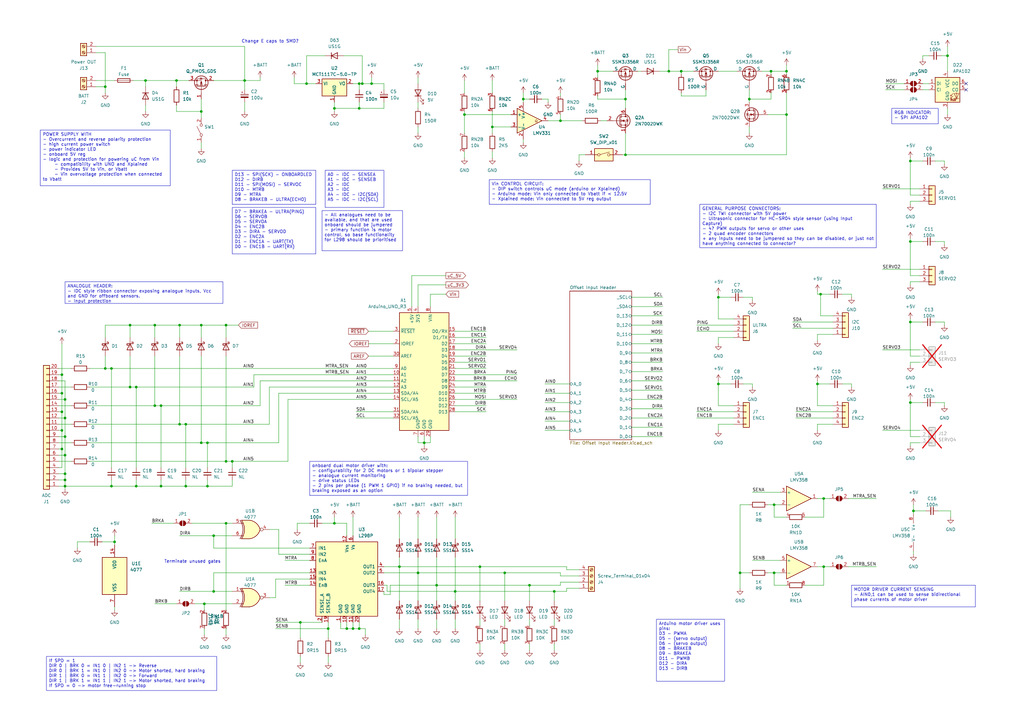
<source format=kicad_sch>
(kicad_sch (version 20230121) (generator eeschema)
  (paper "A3")
  (junction (at 173.99 181.61))
  (junction (at 95.25 189.23))
  (junction (at 147.32 257.81))
  (junction (at 53.34 133.35))
  (junction (at 63.5 166.37))
  (junction (at 72.39 33.02))
  (junction (at 137.16 44.45))
  (junction (at 152.4 34.29))
  (junction (at 227.33 242.57))
  (junction (at 373.38 66.04))
  (junction (at 87.63 219.71))
  (junction (at 186.69 242.57))
  (junction (at 137.16 214.63))
  (junction (at 25.4 161.29))
  (junction (at 217.17 240.03))
  (junction (at 256.54 40.64))
  (junction (at 43.18 35.56))
  (junction (at 229.87 49.53))
  (junction (at 26.67 196.85))
  (junction (at 322.58 29.21))
  (junction (at 245.11 29.21))
  (junction (at 207.01 234.95))
  (junction (at 85.09 199.39))
  (junction (at 322.58 46.99))
  (junction (at 82.55 45.72))
  (junction (at 171.45 234.95))
  (junction (at 82.55 181.61))
  (junction (at 123.19 255.27))
  (junction (at 147.32 34.29))
  (junction (at 92.71 214.63))
  (junction (at 256.54 63.5))
  (junction (at 45.72 199.39))
  (junction (at 26.67 171.45))
  (junction (at 45.72 151.13))
  (junction (at 73.66 173.99))
  (junction (at 25.4 168.91))
  (junction (at 307.34 40.64))
  (junction (at 373.38 165.1))
  (junction (at 46.99 222.25))
  (junction (at 374.65 209.55))
  (junction (at 294.64 157.48))
  (junction (at 26.67 179.07))
  (junction (at 25.4 184.15))
  (junction (at 274.32 29.21))
  (junction (at 82.55 133.35))
  (junction (at 73.66 133.35))
  (junction (at 63.5 133.35))
  (junction (at 373.38 132.08))
  (junction (at 26.67 199.39))
  (junction (at 336.55 120.65))
  (junction (at 214.63 40.64))
  (junction (at 92.71 189.23))
  (junction (at 25.4 153.67))
  (junction (at 190.5 46.99))
  (junction (at 294.64 121.92))
  (junction (at 373.38 99.06))
  (junction (at 25.4 176.53))
  (junction (at 317.5 207.01))
  (junction (at 303.53 234.95))
  (junction (at 279.4 29.21))
  (junction (at 125.73 34.29))
  (junction (at 100.33 33.02))
  (junction (at 148.59 34.29))
  (junction (at 142.24 257.81))
  (junction (at 147.32 44.45))
  (junction (at 66.04 199.39))
  (junction (at 337.82 232.41))
  (junction (at 85.09 181.61))
  (junction (at 134.62 257.81))
  (junction (at 337.82 204.47))
  (junction (at 196.85 232.41))
  (junction (at 26.67 194.31))
  (junction (at 388.62 22.86))
  (junction (at 179.07 240.03))
  (junction (at 92.71 133.35))
  (junction (at 53.34 158.75))
  (junction (at 26.67 163.83))
  (junction (at 201.93 52.07))
  (junction (at 335.28 157.48))
  (junction (at 55.88 199.39))
  (junction (at 59.69 33.02))
  (junction (at 66.04 166.37))
  (junction (at 43.18 151.13))
  (junction (at 76.2 199.39))
  (junction (at 55.88 158.75))
  (junction (at 26.67 186.69))
  (junction (at 144.78 257.81))
  (junction (at 316.23 29.21))
  (junction (at 163.83 232.41))
  (junction (at 87.63 242.57))
  (junction (at 76.2 173.99))
  (junction (at 83.82 247.65))
  (junction (at 317.5 234.95))
  (no_connect (at 396.24 34.29))
  (no_connect (at 396.24 36.83))
  (wire (pts (xy 148.59 34.29) (xy 152.4 34.29)))
  (wire (pts (xy 36.83 166.37) (xy 63.5 166.37)))
  (wire (pts (xy 87.63 242.57) (xy 95.25 242.57)))
  (wire (pts (xy 157.48 44.45) (xy 147.32 44.45)))
  (wire (pts (xy 245.11 26.67) (xy 245.11 29.21)))
  (wire (pts (xy 25.4 168.91) (xy 25.4 176.53)))
  (wire (pts (xy 245.11 31.75) (xy 245.11 29.21)))
  (wire (pts (xy 330.2 240.03) (xy 337.82 240.03)))
  (wire (pts (xy 190.5 62.23) (xy 190.5 64.77)))
  (wire (pts (xy 63.5 247.65) (xy 72.39 247.65)))
  (wire (pts (xy 80.01 247.65) (xy 83.82 247.65)))
  (wire (pts (xy 92.71 189.23) (xy 95.25 189.23)))
  (wire (pts (xy 303.53 234.95) (xy 307.34 234.95)))
  (wire (pts (xy 259.08 175.26) (xy 271.78 175.26)))
  (wire (pts (xy 25.4 184.15) (xy 25.4 191.77)))
  (wire (pts (xy 36.83 173.99) (xy 73.66 173.99)))
  (wire (pts (xy 186.69 161.29) (xy 199.39 161.29)))
  (wire (pts (xy 163.83 228.6) (xy 163.83 232.41)))
  (wire (pts (xy 245.11 39.37) (xy 245.11 40.64)))
  (wire (pts (xy 186.69 163.83) (xy 212.09 163.83)))
  (wire (pts (xy 123.19 255.27) (xy 132.08 255.27)))
  (wire (pts (xy 186.69 228.6) (xy 186.69 242.57)))
  (wire (pts (xy 335.28 137.16) (xy 335.28 139.7)))
  (wire (pts (xy 26.67 199.39) (xy 45.72 199.39)))
  (wire (pts (xy 24.13 194.31) (xy 26.67 194.31)))
  (wire (pts (xy 316.23 29.21) (xy 322.58 29.21)))
  (wire (pts (xy 217.17 40.64) (xy 214.63 40.64)))
  (wire (pts (xy 237.49 236.22) (xy 229.87 236.22)))
  (wire (pts (xy 147.32 36.83) (xy 147.32 34.29)))
  (wire (pts (xy 379.73 209.55) (xy 374.65 209.55)))
  (wire (pts (xy 345.44 157.48) (xy 349.25 157.48)))
  (wire (pts (xy 229.87 38.1) (xy 229.87 39.37)))
  (wire (pts (xy 59.69 43.18) (xy 59.69 45.72)))
  (wire (pts (xy 294.64 157.48) (xy 294.64 166.37)))
  (wire (pts (xy 87.63 234.95) (xy 87.63 242.57)))
  (wire (pts (xy 186.69 242.57) (xy 227.33 242.57)))
  (wire (pts (xy 113.03 245.11) (xy 113.03 237.49)))
  (wire (pts (xy 73.66 173.99) (xy 76.2 173.99)))
  (wire (pts (xy 176.53 179.07) (xy 176.53 181.61)))
  (wire (pts (xy 335.28 156.21) (xy 335.28 157.48)))
  (wire (pts (xy 179.07 254) (xy 179.07 257.81)))
  (wire (pts (xy 72.39 45.72) (xy 82.55 45.72)))
  (wire (pts (xy 294.64 138.43) (xy 294.64 140.97)))
  (wire (pts (xy 186.69 146.05) (xy 199.39 146.05)))
  (wire (pts (xy 46.99 248.92) (xy 46.99 250.19)))
  (wire (pts (xy 25.4 168.91) (xy 24.13 168.91)))
  (wire (pts (xy 274.32 29.21) (xy 270.51 29.21)))
  (wire (pts (xy 25.4 161.29) (xy 24.13 161.29)))
  (wire (pts (xy 227.33 242.57) (xy 227.33 246.38)))
  (wire (pts (xy 43.18 21.59) (xy 43.18 35.56)))
  (wire (pts (xy 160.02 243.84) (xy 157.48 243.84)))
  (wire (pts (xy 388.62 19.05) (xy 388.62 22.86)))
  (wire (pts (xy 73.66 146.05) (xy 73.66 173.99)))
  (wire (pts (xy 232.41 241.3) (xy 232.41 242.57)))
  (wire (pts (xy 104.14 158.75) (xy 104.14 153.67)))
  (wire (pts (xy 314.96 46.99) (xy 322.58 46.99)))
  (wire (pts (xy 232.41 232.41) (xy 232.41 233.68)))
  (wire (pts (xy 168.91 113.03) (xy 168.91 125.73)))
  (wire (pts (xy 171.45 212.09) (xy 171.45 220.98)))
  (wire (pts (xy 307.34 40.64) (xy 316.23 40.64)))
  (wire (pts (xy 26.67 163.83) (xy 26.67 171.45)))
  (wire (pts (xy 196.85 232.41) (xy 196.85 246.38)))
  (wire (pts (xy 227.33 254) (xy 227.33 256.54)))
  (wire (pts (xy 157.48 34.29) (xy 157.48 36.83)))
  (wire (pts (xy 223.52 157.48) (xy 233.68 157.48)))
  (wire (pts (xy 163.83 232.41) (xy 163.83 246.38)))
  (wire (pts (xy 259.08 179.07) (xy 271.78 179.07)))
  (wire (pts (xy 347.98 204.47) (xy 359.41 204.47)))
  (wire (pts (xy 26.67 199.39) (xy 24.13 199.39)))
  (wire (pts (xy 171.45 228.6) (xy 171.45 234.95)))
  (wire (pts (xy 123.19 269.24) (xy 123.19 271.78)))
  (wire (pts (xy 373.38 66.04) (xy 378.46 66.04)))
  (wire (pts (xy 186.69 212.09) (xy 186.69 220.98)))
  (wire (pts (xy 87.63 219.71) (xy 95.25 219.71)))
  (wire (pts (xy 377.19 115.57) (xy 373.38 115.57)))
  (wire (pts (xy 121.92 214.63) (xy 127 214.63)))
  (wire (pts (xy 316.23 29.21) (xy 316.23 30.48)))
  (wire (pts (xy 294.64 166.37) (xy 300.99 166.37)))
  (wire (pts (xy 245.11 40.64) (xy 256.54 40.64)))
  (wire (pts (xy 72.39 33.02) (xy 72.39 35.56)))
  (wire (pts (xy 59.69 33.02) (xy 72.39 33.02)))
  (wire (pts (xy 386.08 22.86) (xy 388.62 22.86)))
  (wire (pts (xy 157.48 41.91) (xy 157.48 44.45)))
  (wire (pts (xy 186.69 242.57) (xy 158.75 242.57)))
  (wire (pts (xy 285.75 171.45) (xy 300.99 171.45)))
  (wire (pts (xy 39.37 19.05) (xy 100.33 19.05)))
  (wire (pts (xy 120.65 31.75) (xy 120.65 34.29)))
  (wire (pts (xy 144.78 255.27) (xy 144.78 257.81)))
  (wire (pts (xy 322.58 46.99) (xy 322.58 63.5)))
  (wire (pts (xy 373.38 130.81) (xy 373.38 132.08)))
  (wire (pts (xy 224.79 49.53) (xy 229.87 49.53)))
  (wire (pts (xy 322.58 29.21) (xy 322.58 30.48)))
  (wire (pts (xy 46.99 223.52) (xy 46.99 222.25)))
  (wire (pts (xy 113.03 257.81) (xy 134.62 257.81)))
  (wire (pts (xy 294.64 120.65) (xy 294.64 121.92)))
  (wire (pts (xy 373.38 132.08) (xy 378.46 132.08)))
  (wire (pts (xy 41.91 222.25) (xy 46.99 222.25)))
  (wire (pts (xy 45.72 151.13) (xy 161.29 151.13)))
  (wire (pts (xy 176.53 120.65) (xy 176.53 125.73)))
  (wire (pts (xy 133.35 22.86) (xy 125.73 22.86)))
  (wire (pts (xy 337.82 240.03) (xy 337.82 232.41)))
  (wire (pts (xy 308.61 201.93) (xy 320.04 201.93)))
  (wire (pts (xy 36.83 181.61) (xy 82.55 181.61)))
  (wire (pts (xy 223.52 168.91) (xy 233.68 168.91)))
  (wire (pts (xy 312.42 29.21) (xy 316.23 29.21)))
  (wire (pts (xy 158.75 242.57) (xy 158.75 240.03)))
  (wire (pts (xy 182.88 120.65) (xy 176.53 120.65)))
  (wire (pts (xy 214.63 38.1) (xy 214.63 40.64)))
  (wire (pts (xy 217.17 264.16) (xy 217.17 266.7)))
  (wire (pts (xy 361.95 143.51) (xy 377.19 143.51)))
  (wire (pts (xy 304.8 157.48) (xy 308.61 157.48)))
  (wire (pts (xy 335.28 166.37) (xy 341.63 166.37)))
  (wire (pts (xy 335.28 157.48) (xy 335.28 166.37)))
  (wire (pts (xy 229.87 238.76) (xy 229.87 240.03)))
  (wire (pts (xy 224.79 41.91) (xy 224.79 40.64)))
  (wire (pts (xy 132.08 214.63) (xy 137.16 214.63)))
  (wire (pts (xy 82.55 181.61) (xy 85.09 181.61)))
  (wire (pts (xy 25.4 191.77) (xy 24.13 191.77)))
  (wire (pts (xy 373.38 66.04) (xy 373.38 80.01)))
  (wire (pts (xy 336.55 120.65) (xy 335.28 120.65)))
  (wire (pts (xy 137.16 214.63) (xy 142.24 214.63)))
  (wire (pts (xy 237.49 66.04) (xy 237.49 63.5)))
  (wire (pts (xy 294.64 29.21) (xy 302.26 29.21)))
  (wire (pts (xy 24.13 158.75) (xy 29.21 158.75)))
  (wire (pts (xy 123.19 255.27) (xy 123.19 261.62)))
  (wire (pts (xy 317.5 207.01) (xy 320.04 207.01)))
  (wire (pts (xy 82.55 133.35) (xy 92.71 133.35)))
  (wire (pts (xy 179.07 240.03) (xy 179.07 246.38)))
  (wire (pts (xy 45.72 151.13) (xy 45.72 191.77)))
  (wire (pts (xy 186.69 148.59) (xy 199.39 148.59)))
  (wire (pts (xy 274.32 20.32) (xy 274.32 29.21)))
  (wire (pts (xy 121.92 217.17) (xy 121.92 214.63)))
  (wire (pts (xy 171.45 234.95) (xy 207.01 234.95)))
  (wire (pts (xy 147.32 257.81) (xy 149.86 257.81)))
  (wire (pts (xy 53.34 146.05) (xy 53.34 158.75)))
  (wire (pts (xy 25.4 153.67) (xy 24.13 153.67)))
  (wire (pts (xy 31.75 222.25) (xy 36.83 222.25)))
  (wire (pts (xy 330.2 212.09) (xy 337.82 212.09)))
  (wire (pts (xy 361.95 176.53) (xy 377.19 176.53)))
  (wire (pts (xy 317.5 234.95) (xy 320.04 234.95)))
  (wire (pts (xy 227.33 264.16) (xy 227.33 266.7)))
  (wire (pts (xy 171.45 181.61) (xy 173.99 181.61)))
  (wire (pts (xy 82.55 146.05) (xy 82.55 181.61)))
  (wire (pts (xy 171.45 41.91) (xy 171.45 44.45)))
  (wire (pts (xy 374.65 207.01) (xy 374.65 209.55)))
  (wire (pts (xy 335.28 173.99) (xy 335.28 176.53)))
  (wire (pts (xy 142.24 214.63) (xy 142.24 219.71)))
  (wire (pts (xy 26.67 200.66) (xy 26.67 199.39)))
  (wire (pts (xy 196.85 232.41) (xy 232.41 232.41)))
  (wire (pts (xy 179.07 240.03) (xy 160.02 240.03)))
  (wire (pts (xy 259.08 129.54) (xy 271.78 129.54)))
  (wire (pts (xy 389.89 212.09) (xy 389.89 209.55)))
  (wire (pts (xy 82.55 138.43) (xy 82.55 133.35)))
  (wire (pts (xy 223.52 172.72) (xy 233.68 172.72)))
  (wire (pts (xy 373.38 148.59) (xy 373.38 149.86)))
  (wire (pts (xy 388.62 22.86) (xy 388.62 29.21)))
  (wire (pts (xy 24.13 151.13) (xy 29.21 151.13)))
  (wire (pts (xy 337.82 204.47) (xy 340.36 204.47)))
  (wire (pts (xy 373.38 115.57) (xy 373.38 116.84)))
  (wire (pts (xy 110.49 158.75) (xy 161.29 158.75)))
  (wire (pts (xy 92.71 146.05) (xy 92.71 189.23)))
  (wire (pts (xy 294.64 121.92) (xy 294.64 130.81)))
  (wire (pts (xy 76.2 199.39) (xy 85.09 199.39)))
  (wire (pts (xy 120.65 34.29) (xy 125.73 34.29)))
  (wire (pts (xy 163.83 232.41) (xy 196.85 232.41)))
  (wire (pts (xy 201.93 52.07) (xy 201.93 54.61)))
  (wire (pts (xy 383.54 99.06) (xy 387.35 99.06)))
  (wire (pts (xy 55.88 196.85) (xy 55.88 199.39)))
  (wire (pts (xy 190.5 46.99) (xy 190.5 54.61)))
  (wire (pts (xy 25.4 176.53) (xy 25.4 184.15)))
  (wire (pts (xy 26.67 186.69) (xy 26.67 194.31)))
  (wire (pts (xy 261.62 29.21) (xy 262.89 29.21)))
  (wire (pts (xy 227.33 242.57) (xy 232.41 242.57)))
  (wire (pts (xy 82.55 45.72) (xy 82.55 48.26)))
  (wire (pts (xy 271.78 121.92) (xy 259.08 121.92)))
  (wire (pts (xy 163.83 212.09) (xy 163.83 220.98)))
  (wire (pts (xy 147.32 34.29) (xy 144.78 34.29)))
  (wire (pts (xy 336.55 120.65) (xy 336.55 129.54)))
  (wire (pts (xy 114.3 161.29) (xy 161.29 161.29)))
  (wire (pts (xy 92.71 214.63) (xy 92.71 250.19)))
  (wire (pts (xy 43.18 133.35) (xy 43.18 138.43)))
  (wire (pts (xy 142.24 255.27) (xy 142.24 257.81)))
  (wire (pts (xy 66.04 196.85) (xy 66.04 199.39)))
  (wire (pts (xy 294.64 156.21) (xy 294.64 157.48)))
  (wire (pts (xy 303.53 207.01) (xy 307.34 207.01)))
  (wire (pts (xy 173.99 181.61) (xy 176.53 181.61)))
  (wire (pts (xy 157.48 232.41) (xy 163.83 232.41)))
  (wire (pts (xy 43.18 151.13) (xy 45.72 151.13)))
  (wire (pts (xy 373.38 132.08) (xy 373.38 146.05)))
  (wire (pts (xy 307.34 40.64) (xy 307.34 41.91)))
  (wire (pts (xy 378.46 34.29) (xy 381 34.29)))
  (wire (pts (xy 157.48 234.95) (xy 171.45 234.95)))
  (wire (pts (xy 361.95 110.49) (xy 377.19 110.49)))
  (wire (pts (xy 361.95 77.47) (xy 377.19 77.47)))
  (wire (pts (xy 171.45 116.84) (xy 171.45 125.73)))
  (wire (pts (xy 24.13 189.23) (xy 29.21 189.23)))
  (wire (pts (xy 134.62 257.81) (xy 134.62 261.62)))
  (wire (pts (xy 26.67 179.07) (xy 26.67 186.69)))
  (wire (pts (xy 314.96 234.95) (xy 317.5 234.95)))
  (wire (pts (xy 36.83 151.13) (xy 43.18 151.13)))
  (wire (pts (xy 256.54 54.61) (xy 256.54 63.5)))
  (wire (pts (xy 149.86 257.81) (xy 149.86 260.35)))
  (wire (pts (xy 151.13 146.05) (xy 161.29 146.05)))
  (wire (pts (xy 300.99 173.99) (xy 294.64 173.99)))
  (wire (pts (xy 373.38 165.1) (xy 373.38 179.07)))
  (wire (pts (xy 387.35 166.37) (xy 387.35 165.1)))
  (wire (pts (xy 377.19 181.61) (xy 373.38 181.61)))
  (wire (pts (xy 62.23 214.63) (xy 71.12 214.63)))
  (wire (pts (xy 246.38 49.53) (xy 248.92 49.53)))
  (wire (pts (xy 259.08 156.21) (xy 271.78 156.21)))
  (wire (pts (xy 294.64 130.81) (xy 300.99 130.81)))
  (wire (pts (xy 144.78 212.09) (xy 144.78 219.71)))
  (wire (pts (xy 259.08 140.97) (xy 271.78 140.97)))
  (wire (pts (xy 271.78 125.73) (xy 259.08 125.73)))
  (wire (pts (xy 142.24 257.81) (xy 144.78 257.81)))
  (wire (pts (xy 186.69 140.97) (xy 199.39 140.97)))
  (wire (pts (xy 24.13 156.21) (xy 26.67 156.21)))
  (wire (pts (xy 377.19 82.55) (xy 373.38 82.55)))
  (wire (pts (xy 229.87 234.95) (xy 207.01 234.95)))
  (wire (pts (xy 378.46 36.83) (xy 381 36.83)))
  (wire (pts (xy 223.52 176.53) (xy 233.68 176.53)))
  (wire (pts (xy 87.63 219.71) (xy 87.63 224.79)))
  (wire (pts (xy 317.5 207.01) (xy 317.5 212.09)))
  (wire (pts (xy 139.7 255.27) (xy 139.7 257.81)))
  (wire (pts (xy 217.17 240.03) (xy 217.17 246.38)))
  (wire (pts (xy 224.79 40.64) (xy 222.25 40.64)))
  (wire (pts (xy 373.38 82.55) (xy 373.38 83.82)))
  (wire (pts (xy 31.75 224.79) (xy 31.75 222.25)))
  (wire (pts (xy 146.05 168.91) (xy 161.29 168.91)))
  (wire (pts (xy 256.54 63.5) (xy 322.58 63.5)))
  (wire (pts (xy 201.93 52.07) (xy 209.55 52.07)))
  (wire (pts (xy 335.28 119.38) (xy 335.28 120.65)))
  (wire (pts (xy 171.45 234.95) (xy 171.45 246.38)))
  (wire (pts (xy 214.63 57.15) (xy 214.63 58.42)))
  (wire (pts (xy 116.84 229.87) (xy 127 229.87)))
  (wire (pts (xy 363.22 36.83) (xy 370.84 36.83)))
  (wire (pts (xy 186.69 158.75) (xy 199.39 158.75)))
  (wire (pts (xy 25.4 176.53) (xy 24.13 176.53)))
  (wire (pts (xy 106.68 156.21) (xy 161.29 156.21)))
  (wire (pts (xy 92.71 133.35) (xy 97.79 133.35)))
  (wire (pts (xy 341.63 137.16) (xy 335.28 137.16)))
  (wire (pts (xy 171.45 31.75) (xy 171.45 34.29)))
  (wire (pts (xy 207.01 254) (xy 207.01 256.54)))
  (wire (pts (xy 26.67 194.31) (xy 26.67 196.85)))
  (wire (pts (xy 173.99 179.07) (xy 173.99 181.61)))
  (wire (pts (xy 314.96 207.01) (xy 317.5 207.01)))
  (wire (pts (xy 326.39 171.45) (xy 341.63 171.45)))
  (wire (pts (xy 82.55 58.42) (xy 82.55 60.96)))
  (wire (pts (xy 59.69 33.02) (xy 59.69 35.56)))
  (wire (pts (xy 39.37 21.59) (xy 43.18 21.59)))
  (wire (pts (xy 279.4 38.1) (xy 279.4 39.37)))
  (wire (pts (xy 335.28 157.48) (xy 340.36 157.48)))
  (wire (pts (xy 303.53 234.95) (xy 303.53 207.01)))
  (wire (pts (xy 163.83 254) (xy 163.83 257.81)))
  (wire (pts (xy 139.7 257.81) (xy 142.24 257.81)))
  (wire (pts (xy 114.3 217.17) (xy 114.3 227.33)))
  (wire (pts (xy 43.18 146.05) (xy 43.18 151.13)))
  (wire (pts (xy 179.07 228.6) (xy 179.07 240.03)))
  (wire (pts (xy 201.93 33.02) (xy 201.93 38.1)))
  (wire (pts (xy 259.08 160.02) (xy 271.78 160.02)))
  (wire (pts (xy 237.49 63.5) (xy 240.03 63.5)))
  (wire (pts (xy 217.17 254) (xy 217.17 256.54)))
  (wire (pts (xy 85.09 181.61) (xy 114.3 181.61)))
  (wire (pts (xy 46.99 219.71) (xy 46.99 222.25)))
  (wire (pts (xy 76.2 173.99) (xy 110.49 173.99)))
  (wire (pts (xy 72.39 33.02) (xy 77.47 33.02)))
  (wire (pts (xy 39.37 35.56) (xy 43.18 35.56)))
  (wire (pts (xy 186.69 153.67) (xy 212.09 153.67)))
  (wire (pts (xy 186.69 138.43) (xy 199.39 138.43)))
  (wire (pts (xy 186.69 242.57) (xy 186.69 246.38)))
  (wire (pts (xy 66.04 166.37) (xy 66.04 191.77)))
  (wire (pts (xy 186.69 254) (xy 186.69 257.81)))
  (wire (pts (xy 147.32 41.91) (xy 147.32 44.45)))
  (wire (pts (xy 336.55 120.65) (xy 340.36 120.65)))
  (wire (pts (xy 36.83 158.75) (xy 53.34 158.75)))
  (wire (pts (xy 217.17 240.03) (xy 229.87 240.03)))
  (wire (pts (xy 63.5 133.35) (xy 73.66 133.35)))
  (wire (pts (xy 300.99 138.43) (xy 294.64 138.43)))
  (wire (pts (xy 113.03 255.27) (xy 123.19 255.27)))
  (wire (pts (xy 232.41 233.68) (xy 237.49 233.68)))
  (wire (pts (xy 307.34 36.83) (xy 307.34 40.64)))
  (wire (pts (xy 24.13 196.85) (xy 26.67 196.85)))
  (wire (pts (xy 325.12 132.08) (xy 341.63 132.08)))
  (wire (pts (xy 214.63 41.91) (xy 214.63 40.64)))
  (wire (pts (xy 26.67 171.45) (xy 26.67 179.07)))
  (wire (pts (xy 387.35 67.31) (xy 387.35 66.04)))
  (wire (pts (xy 92.71 257.81) (xy 92.71 260.35)))
  (wire (pts (xy 186.69 143.51) (xy 212.09 143.51)))
  (wire (pts (xy 383.54 165.1) (xy 387.35 165.1)))
  (wire (pts (xy 186.69 151.13) (xy 199.39 151.13)))
  (wire (pts (xy 125.73 22.86) (xy 125.73 34.29)))
  (wire (pts (xy 63.5 133.35) (xy 63.5 138.43)))
  (wire (pts (xy 196.85 254) (xy 196.85 256.54)))
  (wire (pts (xy 152.4 31.75) (xy 152.4 34.29)))
  (wire (pts (xy 25.4 153.67) (xy 25.4 161.29)))
  (wire (pts (xy 106.68 31.75) (xy 106.68 33.02)))
  (wire (pts (xy 337.82 232.41) (xy 335.28 232.41)))
  (wire (pts (xy 337.82 212.09) (xy 337.82 204.47)))
  (wire (pts (xy 25.4 140.97) (xy 25.4 153.67)))
  (wire (pts (xy 134.62 257.81) (xy 134.62 255.27)))
  (wire (pts (xy 24.13 163.83) (xy 26.67 163.83)))
  (wire (pts (xy 345.44 120.65) (xy 349.25 120.65)))
  (wire (pts (xy 308.61 158.75) (xy 308.61 157.48)))
  (wire (pts (xy 373.38 99.06) (xy 378.46 99.06)))
  (wire (pts (xy 373.38 113.03) (xy 377.19 113.03)))
  (wire (pts (xy 373.38 80.01) (xy 377.19 80.01)))
  (wire (pts (xy 43.18 133.35) (xy 53.34 133.35)))
  (wire (pts (xy 259.08 167.64) (xy 271.78 167.64)))
  (wire (pts (xy 373.38 146.05) (xy 377.19 146.05)))
  (wire (pts (xy 363.22 34.29) (xy 370.84 34.29)))
  (wire (pts (xy 53.34 133.35) (xy 63.5 133.35)))
  (wire (pts (xy 186.69 135.89) (xy 199.39 135.89)))
  (wire (pts (xy 85.09 196.85) (xy 85.09 199.39)))
  (wire (pts (xy 373.38 165.1) (xy 378.46 165.1)))
  (wire (pts (xy 63.5 166.37) (xy 66.04 166.37)))
  (wire (pts (xy 279.4 29.21) (xy 284.48 29.21)))
  (wire (pts (xy 259.08 137.16) (xy 271.78 137.16)))
  (wire (pts (xy 373.38 64.77) (xy 373.38 66.04)))
  (wire (pts (xy 100.33 41.91) (xy 100.33 45.72)))
  (wire (pts (xy 179.07 212.09) (xy 179.07 220.98)))
  (wire (pts (xy 73.66 133.35) (xy 82.55 133.35)))
  (wire (pts (xy 347.98 232.41) (xy 359.41 232.41)))
  (wire (pts (xy 55.88 158.75) (xy 55.88 191.77)))
  (wire (pts (xy 24.13 181.61) (xy 29.21 181.61)))
  (wire (pts (xy 274.32 20.32) (xy 278.13 20.32)))
  (wire (pts (xy 259.08 148.59) (xy 271.78 148.59)))
  (wire (pts (xy 36.83 189.23) (xy 92.71 189.23)))
  (wire (pts (xy 207.01 234.95) (xy 207.01 246.38)))
  (wire (pts (xy 259.08 171.45) (xy 271.78 171.45)))
  (wire (pts (xy 95.25 196.85) (xy 95.25 199.39)))
  (wire (pts (xy 55.88 199.39) (xy 66.04 199.39)))
  (wire (pts (xy 127 234.95) (xy 87.63 234.95)))
  (wire (pts (xy 373.38 181.61) (xy 373.38 182.88)))
  (wire (pts (xy 118.11 189.23) (xy 118.11 163.83)))
  (wire (pts (xy 229.87 49.53) (xy 238.76 49.53)))
  (wire (pts (xy 279.4 39.37) (xy 289.56 39.37)))
  (wire (pts (xy 137.16 41.91) (xy 137.16 44.45)))
  (wire (pts (xy 100.33 33.02) (xy 100.33 36.83)))
  (wire (pts (xy 182.88 113.03) (xy 168.91 113.03)))
  (wire (pts (xy 289.56 36.83) (xy 289.56 39.37)))
  (wire (pts (xy 389.89 209.55) (xy 384.81 209.55)))
  (wire (pts (xy 114.3 227.33) (xy 127 227.33)))
  (wire (pts (xy 377.19 148.59) (xy 373.38 148.59)))
  (wire (pts (xy 92.71 133.35) (xy 92.71 138.43)))
  (wire (pts (xy 349.25 158.75) (xy 349.25 157.48)))
  (wire (pts (xy 83.82 247.65) (xy 95.25 247.65)))
  (wire (pts (xy 229.87 238.76) (xy 237.49 238.76)))
  (wire (pts (xy 304.8 121.92) (xy 308.61 121.92)))
  (wire (pts (xy 134.62 269.24) (xy 134.62 271.78)))
  (wire (pts (xy 223.52 161.29) (xy 233.68 161.29)))
  (wire (pts (xy 151.13 140.97) (xy 161.29 140.97)))
  (wire (pts (xy 100.33 19.05) (xy 100.33 33.02)))
  (wire (pts (xy 104.14 153.67) (xy 161.29 153.67)))
  (wire (pts (xy 307.34 52.07) (xy 307.34 54.61)))
  (wire (pts (xy 317.5 212.09) (xy 322.58 212.09)))
  (wire (pts (xy 25.4 161.29) (xy 25.4 168.91)))
  (wire (pts (xy 255.27 63.5) (xy 256.54 63.5)))
  (wire (pts (xy 55.88 158.75) (xy 104.14 158.75)))
  (wire (pts (xy 106.68 166.37) (xy 106.68 156.21)))
  (wire (pts (xy 374.65 226.06) (xy 374.65 227.33)))
  (wire (pts (xy 72.39 43.18) (xy 72.39 45.72)))
  (wire (pts (xy 66.04 199.39) (xy 76.2 199.39)))
  (wire (pts (xy 303.53 241.3) (xy 303.53 234.95)))
  (wire (pts (xy 148.59 22.86) (xy 140.97 22.86)))
  (wire (pts (xy 83.82 257.81) (xy 83.82 260.35)))
  (wire (pts (xy 87.63 224.79) (xy 127 224.79)))
  (wire (pts (xy 24.13 173.99) (xy 29.21 173.99)))
  (wire (pts (xy 110.49 217.17) (xy 114.3 217.17)))
  (wire (pts (xy 78.74 214.63) (xy 92.71 214.63)))
  (wire (pts (xy 308.61 229.87) (xy 320.04 229.87)))
  (wire (pts (xy 158.75 240.03) (xy 157.48 240.03)))
  (wire (pts (xy 95.25 189.23) (xy 118.11 189.23)))
  (wire (pts (xy 373.38 99.06) (xy 373.38 113.03)))
  (wire (pts (xy 25.4 184.15) (xy 24.13 184.15)))
  (wire (pts (xy 76.2 196.85) (xy 76.2 199.39)))
  (wire (pts (xy 259.08 144.78) (xy 271.78 144.78)))
  (wire (pts (xy 179.07 240.03) (xy 217.17 240.03)))
  (wire (pts (xy 285.75 168.91) (xy 300.99 168.91)))
  (wire (pts (xy 232.41 241.3) (xy 237.49 241.3)))
  (wire (pts (xy 373.38 179.07) (xy 377.19 179.07)))
  (wire (pts (xy 110.49 173.99) (xy 110.49 158.75)))
  (wire (pts (xy 259.08 152.4) (xy 271.78 152.4)))
  (wire (pts (xy 54.61 33.02) (xy 59.69 33.02)))
  (wire (pts (xy 186.69 156.21) (xy 212.09 156.21)))
  (wire (pts (xy 326.39 168.91) (xy 341.63 168.91)))
  (wire (pts (xy 186.69 168.91) (xy 199.39 168.91)))
  (wire (pts (xy 259.08 133.35) (xy 271.78 133.35)))
  (wire (pts (xy 144.78 257.81) (xy 147.32 257.81)))
  (wire (pts (xy 383.54 66.04) (xy 387.35 66.04)))
  (wire (pts (xy 256.54 36.83) (xy 256.54 40.64)))
  (wire (pts (xy 73.66 133.35) (xy 73.66 138.43)))
  (wire (pts (xy 190.5 45.72) (xy 190.5 46.99)))
  (wire (pts (xy 66.04 166.37) (xy 106.68 166.37)))
  (wire (pts (xy 118.11 163.83) (xy 161.29 163.83)))
  (wire (pts (xy 201.93 45.72) (xy 201.93 52.07)))
  (wire (pts (xy 146.05 171.45) (xy 161.29 171.45)))
  (wire (pts (xy 182.88 116.84) (xy 171.45 116.84)))
  (wire (pts (xy 113.03 237.49) (xy 127 237.49)))
  (wire (pts (xy 92.71 214.63) (xy 95.25 214.63)))
  (wire (pts (xy 87.63 33.02) (xy 100.33 33.02)))
  (wire (pts (xy 387.35 100.33) (xy 387.35 99.06)))
  (wire (pts (xy 387.35 133.35) (xy 387.35 132.08)))
  (wire (pts (xy 147.32 257.81) (xy 147.32 255.27)))
  (wire (pts (xy 39.37 33.02) (xy 46.99 33.02)))
  (wire (pts (xy 201.93 62.23) (xy 201.93 64.77)))
  (wire (pts (xy 279.4 29.21) (xy 279.4 30.48)))
  (wire (pts (xy 53.34 133.35) (xy 53.34 138.43)))
  (wire (pts (xy 100.33 33.02) (xy 106.68 33.02)))
  (wire (pts (xy 148.59 34.29) (xy 148.59 22.86)))
  (wire (pts (xy 316.23 40.64) (xy 316.23 38.1)))
  (wire (pts (xy 137.16 44.45) (xy 147.32 44.45)))
  (wire (pts (xy 160.02 240.03) (xy 160.02 243.84)))
  (wire (pts (xy 341.63 173.99) (xy 335.28 173.99)))
  (wire (pts (xy 294.64 173.99) (xy 294.64 176.53)))
  (wire (pts (xy 373.38 163.83) (xy 373.38 165.1)))
  (wire (pts (xy 285.75 135.89) (xy 300.99 135.89)))
  (wire (pts (xy 110.49 245.11) (xy 113.03 245.11)))
  (wire (pts (xy 294.64 121.92) (xy 299.72 121.92)))
  (wire (pts (xy 152.4 34.29) (xy 157.48 34.29)))
  (wire (pts (xy 294.64 157.48) (xy 299.72 157.48)))
  (wire (pts (xy 171.45 52.07) (xy 171.45 54.61)))
  (wire (pts (xy 223.52 165.1) (xy 233.68 165.1)))
  (wire (pts (xy 24.13 166.37) (xy 29.21 166.37)))
  (wire (pts (xy 116.84 240.03) (xy 127 240.03)))
  (wire (pts (xy 245.11 29.21) (xy 251.46 29.21)))
  (wire (pts (xy 190.5 46.99) (xy 209.55 46.99)))
  (wire (pts (xy 147.32 34.29) (xy 148.59 34.29)))
  (wire (pts (xy 85.09 199.39) (xy 95.25 199.39)))
  (wire (pts (xy 151.13 135.89) (xy 161.29 135.89)))
  (wire (pts (xy 341.63 134.62) (xy 325.12 134.62)))
  (wire (pts (xy 171.45 179.07) (xy 171.45 181.61)))
  (wire (pts (xy 322.58 26.67) (xy 322.58 29.21)))
  (wire (pts (xy 73.66 242.57) (xy 87.63 242.57)))
  (wire (pts (xy 157.48 243.84) (xy 157.48 242.57)))
  (wire (pts (xy 317.5 234.95) (xy 317.5 240.03)))
  (wire (pts (xy 274.32 29.21) (xy 279.4 29.21)))
  (wire (pts (xy 95.25 189.23) (xy 95.25 191.77)))
  (wire (pts (xy 83.82 247.65) (xy 83.82 250.19)))
  (wire (pts (xy 285.75 133.35) (xy 300.99 133.35)))
  (wire (pts (xy 137.16 212.09) (xy 137.16 214.63)))
  (wire (pts (xy 337.82 232.41) (xy 340.36 232.41)))
  (wire (pts (xy 114.3 181.61) (xy 114.3 161.29)))
  (wire (pts (xy 24.13 186.69) (xy 26.67 186.69)))
  (wire (pts (xy 53.34 158.75) (xy 55.88 158.75)))
  (wire (pts (xy 378.46 22.86) (xy 378.46 24.13)))
  (wire (pts (xy 196.85 264.16) (xy 196.85 266.7)))
  (wire (pts (xy 26.67 196.85) (xy 26.67 199.39)))
  (wire (pts (xy 229.87 236.22) (xy 229.87 234.95)))
  (wire (pts (xy 374.65 210.82) (xy 374.65 209.55)))
  (wire (pts (xy 173.99 181.61) (xy 173.99 182.88)))
  (wire (pts (xy 63.5 146.05) (xy 63.5 166.37)))
  (wire (pts (xy 322.58 38.1) (xy 322.58 46.99)))
  (wire (pts (xy 373.38 97.79) (xy 373.38 99.06)))
  (wire (pts (xy 24.13 179.07) (xy 26.67 179.07)))
  (wire (pts (xy 85.09 181.61) (xy 85.09 191.77)))
  (wire (pts (xy 336.55 129.54) (xy 341.63 129.54)))
  (wire (pts (xy 45.72 199.39) (xy 55.88 199.39)))
  (wire (pts (xy 256.54 40.64) (xy 256.54 44.45)))
  (wire (pts (xy 381 22.86) (xy 378.46 22.86)))
  (wire (pts (xy 388.62 44.45) (xy 388.62 46.99)))
  (wire (pts (xy 43.18 35.56) (xy 43.18 38.1)))
  (wire (pts (xy 317.5 240.03) (xy 322.58 240.03)))
  (wire (pts (xy 349.25 121.92) (xy 349.25 120.65)))
  (wire (pts (xy 137.16 44.45) (xy 137.16 45.72)))
  (wire (pts (xy 73.66 219.71) (xy 87.63 219.71)))
  (wire (pts (xy 383.54 132.08) (xy 387.35 132.08)))
  (wire (pts (xy 186.69 166.37) (xy 199.39 166.37)))
  (wire (pts (xy 82.55 45.72) (xy 82.55 40.64)))
  (wire (pts (xy 171.45 254) (xy 171.45 257.81)))
  (wire (pts (xy 207.01 264.16) (xy 207.01 266.7)))
  (wire (pts (xy 308.61 123.19) (xy 308.61 121.92)))
  (wire (pts (xy 26.67 156.21) (xy 26.67 163.83)))
  (wire (pts (xy 229.87 46.99) (xy 229.87 49.53)))
  (wire (pts (xy 337.82 204.47) (xy 335.28 204.47)))
  (wire (pts (xy 259.08 163.83) (xy 271.78 163.83)))
  (wire (pts (xy 190.5 33.02) (xy 190.5 38.1)))
  (wire (pts (xy 45.72 196.85) (xy 45.72 199.39)))
  (wire (pts (xy 76.2 173.99) (xy 76.2 191.77)))
  (wire (pts (xy 24.13 171.45) (xy 26.67 171.45)))
  (wire (pts (xy 125.73 34.29) (xy 129.54 34.29)))
  (text_box "D7 - BRAKEA - ULTRA(PING)\nD6 - SERVOB\nD5 - SERVOA\nD4 - ENC2B\nD3 - DIRA - SERVOD\nD2 - ENC2A\nD1 - ENC1A - UART(TX)\nD0 - ENC1B - UART(RX)" (at 95.25 85.09 0) (size 34.29 19.05) (effects (font (size 1.27 1.27)) (justify left top)))
  (text_box "D13 - SPI(SCK) - ONBOARDLED\nD12 - DIRB\nD11 - SPI(MOSI) - SERVOC\nD10 - MTRB\nD9 - MTRA\nD8 - BRAKEB - ULTRA(ECHO)" (at 95.25 69.85 0) (size 34.29 13.97) (effects (font (size 1.27 1.27)) (justify left top)))
  (text_box "RGB INDICATOR:\n- SPI APA102" (at 365.76 44.45 0) (size 19.05 6.35) (effects (font (size 1.27 1.27)) (justify left top)))
  (text_box "Vin CONTROL CIRCUIT:\n- DIP switch controls uC mode (arduino or Xplained)\n- Arduino mode: Vin only connected to Vbatt if < 12.5V\n- Xplained mode: Vin connected to 5V reg output" (at 200.66 73.66 0) (size 66.04 10.16) (effects (font (size 1.27 1.27)) (justify left top)))
  (text_box "Arduino motor driver uses pins:\nD3 - PWMA\nD5 - (servo output)\nD6 - (servo output)\nD8 - BRAKEB\nD9 - BRAKEA\nD11 - PWMB\nD12 - DIRA\nD13 - DIRB\n" (at 269.24 254 0) (size 27.94 25.4) (effects (font (size 1.27 1.27)) (justify left top)))
  (text_box "- All analogues need to be available, and that are used onboard should be jumpered\n- primary function is motor control, so base functionality for L298 should be prioritised" (at 132.08 86.36 0) (size 33.02 16.51) (effects (font (size 1.27 1.27)) (justify left top)))
  (text_box "POWER SUPPLY WITH\n- Overcurrent and reverse polarity protection\n- high current power switch\n- power indicator LED\n- onboard 5V reg\n- logic and protection for powering uC from Vin\n	- compatibility with UNO and Xplained\n	- Provides 5V to Vin, or Vbatt\n	- Vin overvoltage protection when connected to Vbatt" (at 16.51 53.34 0) (size 53.34 22.86) (effects (font (size 1.27 1.27)) (justify left top)))
  (text_box "A0 - IDC - SENSEA\nA1 - IDC - SENSEB\nA2 - IDC\nA3 - IDC\nA4 - IDC - I2C(SDA)\nA5 - IDC - I2C(SCL)" (at 133.35 69.85 0) (size 24.13 15.24) (effects (font (size 1.27 1.27)) (justify left top)))
  (text_box "ANALOGUE HEADER:\n- IDC style ribbon connector exposing analogue inputs, Vcc and GND for offboard sensors.\n- Input protection" (at 26.67 115.57 0) (size 64.77 8.89) (effects (font (size 1.27 1.27)) (justify left top)))
  (text_box "If SPD = 1\nDIR 0 | BRK 0 = IN1 0 | IN2 1 -> Reverse\nDIR 0 | BRK 1 = IN1 0 | IN2 0 -> Motor shorted, hard braking\nDIR 1 | BRK 0 = IN1 1 | IN2 0 -> Forward\nDIR 1 | BRK 1 = IN1 1 | IN2 1 -> Motor shorted, hard braking\nIf SPD = 0 -> motor free-running stop" (at 19.05 269.24 0) (size 69.85 13.97) (effects (font (size 1.27 1.27)) (justify left top)))
  (text_box "onboard dual motor driver with:\n- configurability for 2 DC motors or 1 bipolar stepper\n- analogue current monitoring\n- drive status LEDs\n- 2 pins per phase (1 PWM 1 GPIO) if no braking needed, but braking exposed as an option" (at 127 189.23 0) (size 64.77 13.97) (effects (font (size 1.27 1.27)) (justify left top)))
  (text_box "GENERAL PURPOSE CONNECTORS:\n- I2C TWI connector with 5V power\n- Ultrasonic connector for HC-SR04 style sensor (using Input Capture)\n- 4? PWM outputs for servo or other uses\n- 2 quad encoder connectors\n+ any inputs need to be jumpered so they can be disabled, or just not have anything connected to connector?" (at 287.02 83.82 0) (size 72.39 17.78) (effects (font (size 1.27 1.27)) (justify left top)))
  (text_box "MOTOR DRIVER CURRENT SENSING\n- AIN0,1 can be used to sense bidirectional phase currents of motor driver" (at 349.25 240.03 0) (size 50.8 8.89) (effects (font (size 1.27 1.27)) (justify left top)))
  (text "Terminate unused gates" (at 67.31 231.14 0) (effects (font (size 1.27 1.27)) (justify left bottom)))
  (text "Change E caps to SMD?" (at 99.06 17.78 0) (effects (font (size 1.27 1.27)) (justify left bottom)))
  (label "SDA" (at 325.12 132.08 0))
  (label "SERVO3" (at 212.09 163.83 180))
  (label "AIN2" (at 223.52 165.1 0))
  (label "ENC2B" (at 326.39 171.45 0))
  (label "MOSI" (at 271.78 137.16 180))
  (label "SERVO4" (at 212.09 143.51 180))
  (label "ENC2B" (at 199.39 146.05 180))
  (label "MTRB" (at 199.39 161.29 180))
  (label "MTRA" (at 199.39 158.75 180))
  (label "AIN0" (at 223.52 157.48 0))
  (label "BRKA" (at 199.39 153.67 180))
  (label "MTRA_SEN" (at 359.41 204.47 180))
  (label "ENC1B" (at 199.39 135.89 180))
  (label "PING" (at 285.75 133.35 0))
  (label "ECHO" (at 212.09 156.21 180))
  (label "AIN2" (at 104.14 166.37 180))
  (label "AIN1" (at 146.05 153.67 0))
  (label "DIRB" (at 199.39 166.37 180))
  (label "SCL" (at 146.05 171.45 0))
  (label "DIRA" (at 73.66 219.71 0))
  (label "MTRA" (at 116.84 229.87 0))
  (label "ECHO" (at 285.75 135.89 0))
  (label "AIN4" (at 223.52 172.72 0))
  (label "MTRB" (at 271.78 140.97 180))
  (label "SCK" (at 363.22 36.83 0))
  (label "SERVO1" (at 271.78 160.02 180))
  (label "SERVO1" (at 361.95 77.47 0))
  (label "MOSI" (at 363.22 34.29 0))
  (label "ENC1A" (at 271.78 175.26 180))
  (label "BRKB" (at 199.39 156.21 180))
  (label "AIN3" (at 223.52 168.91 0))
  (label "BRKA" (at 62.23 214.63 0))
  (label "SERVO2" (at 361.95 110.49 0))
  (label "SCK" (at 199.39 168.91 180))
  (label "SCL" (at 325.12 134.62 0))
  (label "AIN5" (at 223.52 176.53 0))
  (label "SCK" (at 271.78 129.54 180))
  (label "AIN2" (at 146.05 156.21 0))
  (label "AIN0" (at 146.05 151.13 0))
  (label "MTRB_SEN" (at 133.35 153.67 0))
  (label "AIN5" (at 146.05 163.83 0))
  (label "MTRB_SEN" (at 359.41 232.41 180))
  (label "ENC1B" (at 271.78 179.07 180))
  (label "MTRA" (at 271.78 144.78 180))
  (label "DIRA" (at 199.39 143.51 180))
  (label "MOSI" (at 199.39 163.83 180))
  (label "SENA" (at 308.61 201.93 0))
  (label "SERVO4" (at 361.95 176.53 0))
  (label "SENB" (at 308.61 229.87 0))
  (label "SERVO3" (at 361.95 143.51 0))
  (label "ENC2A" (at 199.39 140.97 180))
  (label "ENC2A" (at 326.39 168.91 0))
  (label "PING" (at 212.09 153.67 180))
  (label "BRKB" (at 271.78 148.59 180))
  (label "ENC1A" (at 285.75 168.91 0))
  (label "SDA" (at 146.05 168.91 0))
  (label "SERVO2" (at 271.78 156.21 180))
  (label "ENC1B" (at 285.75 171.45 0))
  (label "MTRA_SEN" (at 133.35 151.13 0))
  (label "AIN4" (at 146.05 161.29 0))
  (label "AIN1" (at 223.52 161.29 0))
  (label "SENB" (at 113.03 257.81 0))
  (label "DIRA" (at 271.78 167.64 180))
  (label "AIN3" (at 104.14 173.99 180))
  (label "SERVO2" (at 199.39 151.13 180))
  (label "BRKB" (at 63.5 247.65 0))
  (label "AIN4" (at 104.14 181.61 180))
  (label "BRKA" (at 271.78 152.4 180))
  (label "AIN3" (at 146.05 158.75 0))
  (label "ENC2A" (at 271.78 171.45 180))
  (label "AIN1" (at 104.14 158.75 180))
  (label "ENC1A" (at 199.39 138.43 180))
  (label "SERVO1" (at 199.39 148.59 180))
  (label "SCL" (at 271.78 121.92 180))
  (label "SENA" (at 113.03 255.27 0))
  (label "MTRB" (at 116.84 240.03 0))
  (label "ENC2B" (at 271.78 163.83 180))
  (label "AIN0" (at 104.14 151.13 180))
  (label "DIRB" (at 271.78 133.35 180))
  (label "SDA" (at 271.78 125.73 180))
  (label "AIN5" (at 104.14 189.23 180))
  (label "DIRB" (at 73.66 242.57 0))
  (global_label "uC_3V3" (shape output) (at 182.88 116.84 0) (property "Intersheetrefs" "${INTERSHEET_REFS}" (effects hide)))
  (global_label "AREF" (shape input) (at 151.13 146.05 180) (property "Intersheetrefs" "${INTERSHEET_REFS}" (effects hide)))
  (global_label "IOREF" (shape output) (at 151.13 140.97 180) (property "Intersheetrefs" "${INTERSHEET_REFS}" (effects hide)))
  (global_label "Vin" (shape input) (at 182.88 120.65 0) (property "Intersheetrefs" "${INTERSHEET_REFS}" (effects hide)))
  (global_label "~{RESET}" (shape input) (at 151.13 135.89 180) (property "Intersheetrefs" "${INTERSHEET_REFS}" (effects hide)))
  (global_label "uC_5V" (shape output) (at 182.88 113.03 0) (property "Intersheetrefs" "${INTERSHEET_REFS}" (effects hide)))
  (global_label "IOREF" (shape input) (at 97.79 133.35 0) (property "Intersheetrefs" "${INTERSHEET_REFS}" (effects hide)))
  (global_label "Vin" (shape output) (at 278.13 20.32 0) (property "Intersheetrefs" "${INTERSHEET_REFS}" (effects hide)))
  (symbol (lib_id "Device:R") (at 72.39 39.37 0) (unit 1)
    (property "Reference" "R1" (at 74.93 38.1 0) (effects (justify left)))
    (property "Value" "10k" (at 74.93 40.64 0) (effects (justify left)))
    (property "Footprint" "Resistor_SMD:R_0805_2012Metric_Pad1.20x1.40mm_HandSolder" (effects hide))
  )
  (symbol (lib_id "power:+5V") (at 137.16 212.09 0) (unit 1)
    (property "Reference" "#PWR018" (effects hide))
    (property "Value" "+5V" (at 137.16 207.01 0))
  )
  (symbol (lib_id "Device:R") (at 311.15 234.95 90) (mirror x) (unit 1)
    (property "Reference" "R9" (at 311.15 241.3 90))
    (property "Value" "1K" (at 311.15 238.76 90))
    (property "Footprint" "Resistor_SMD:R_0805_2012Metric_Pad1.20x1.40mm_HandSolder" (effects hide))
  )
  (symbol (lib_id "Device:D_Schottky") (at 179.07 224.79 270) (unit 1)
    (property "Reference" "D13" (at 181.61 223.2025 90) (effects (justify left)))
    (property "Value" "SS14" (at 181.61 225.7425 90) (effects (justify left)))
    (property "Footprint" "Diode_SMD:D_SMA" (effects hide))
  )
  (symbol (lib_id "Device:R") (at 33.02 189.23 90) (unit 1)
    (property "Reference" "R14" (at 38.1 187.96 90))
    (property "Value" "0" (at 38.1 190.5 90))
    (property "Footprint" "Resistor_SMD:R_0603_1608Metric" (effects hide))
  )
  (symbol (lib_id "power:GND") (at 26.67 200.66 0) (unit 1)
    (property "Reference" "#PWR05" (effects hide))
    (property "Value" "GND" (at 26.67 205.74 0))
  )
  (symbol (lib_id "power:GND") (at 173.99 182.88 0) (unit 1)
    (property "Reference" "#PWR041" (effects hide))
    (property "Value" "GND" (at 173.99 187.96 0))
  )
  (symbol (lib_id "Connector:Screw_Terminal_01x02") (at 34.29 21.59 180) (unit 1)
    (property "Reference" "J13" (at 34.29 27.94 0))
    (property "Value" "Power OUT" (at 34.29 25.4 0))
    (property "Footprint" "TerminalBlock_Phoenix:TerminalBlock_Phoenix_MKDS-1,5-2-5.08_1x02_P5.08mm_Horizontal" (effects hide))
  )
  (symbol (lib_id "power:GND") (at 123.19 271.78 0) (unit 1)
    (property "Reference" "#PWR013" (effects hide))
    (property "Value" "GND" (at 123.19 276.86 0))
  )
  (symbol (lib_id "Device:R_Pack04_Split") (at 83.82 254 180) (unit 2)
    (property "Reference" "RN1" (at 86.36 252.73 0) (effects (justify right)))
    (property "Value" "10K" (at 86.36 255.27 0) (effects (justify right)))
    (property "Footprint" "Resistor_SMD:R_Array_Convex_4x0603" (effects hide))
  )
  (symbol (lib_id "power:GND") (at 388.62 46.99 0) (unit 1)
    (property "Reference" "#PWR074" (effects hide))
    (property "Value" "GND" (at 388.62 52.07 0))
  )
  (symbol (lib_id "power:GND") (at 121.92 217.17 0) (unit 1)
    (property "Reference" "#PWR016" (effects hide))
    (property "Value" "GND" (at 121.92 222.25 0))
  )
  (symbol (lib_id "Device:C_Small") (at 76.2 194.31 0) (unit 1)
    (property "Reference" "C20" (at 78.74 193.04 0) (effects (justify left)))
    (property "Value" "NL" (at 78.74 195.58 0) (effects (justify left)))
    (property "Footprint" "Capacitor_SMD:C_0805_2012Metric_Pad1.18x1.45mm_HandSolder" (effects hide))
  )
  (symbol (lib_id "4xxx:4077") (at 102.87 245.11 0) (unit 1)
    (property "Reference" "U1" (at 102.5652 237.49 0))
    (property "Value" "4077" (at 102.5652 240.03 0))
    (property "Footprint" "Package_SO:SOIC-14_3.9x8.7mm_P1.27mm" (effects hide))
    (property "Datasheet" "http://www.intersil.com/content/dam/Intersil/documents/cd40/cd4076bms.pdf" (effects hide))
  )
  (symbol (lib_id "power:GND") (at 387.35 67.31 0) (unit 1)
    (property "Reference" "#PWR055" (effects hide))
    (property "Value" "GND" (at 387.35 72.39 0))
  )
  (symbol (lib_id "power:GND") (at 171.45 257.81 0) (unit 1)
    (property "Reference" "#PWR027" (effects hide))
    (property "Value" "GND" (at 171.45 262.89 0))
  )
  (symbol (lib_id "power:GND") (at 214.63 58.42 0) (mirror y) (unit 1)
    (property "Reference" "#PWR039" (effects hide))
    (property "Value" "GND" (at 214.63 63.5 0))
  )
  (symbol (lib_id "Device:D") (at 266.7 29.21 180) (unit 1)
    (property "Reference" "D21" (at 266.7 22.86 0))
    (property "Value" "US1G" (at 266.7 25.4 0))
    (property "Footprint" "Diode_SMD:D_SMA" (effects hide))
    (property "Sim.Device" "D" (effects hide))
    (property "Sim.Pins" "1=K 2=A" (effects hide))
  )
  (symbol (lib_id "Connector_Generic:Conn_01x03") (at 382.27 80.01 0) (unit 1)
    (property "Reference" "J5" (at 384.81 78.74 0) (effects (justify left)))
    (property "Value" "SERVO1" (at 384.81 81.28 0) (effects (justify left)))
    (property "Footprint" "Connector_PinHeader_2.54mm:PinHeader_1x03_P2.54mm_Vertical" (effects hide))
  )
  (symbol (lib_id "power:GND") (at 378.46 24.13 0) (unit 1)
    (property "Reference" "#PWR072" (effects hide))
    (property "Value" "GND" (at 378.46 29.21 0))
  )
  (symbol (lib_name "PMOS_1") (lib_id "Simulation_SPICE:PMOS") (at 289.56 31.75 270) (mirror x) (unit 1)
    (property "Reference" "Q5" (at 289.56 22.86 90))
    (property "Value" "SSM3J356R" (at 289.56 25.4 90))
    (property "Footprint" "Package_TO_SOT_SMD:SOT-23-3" (effects hide))
    (property "Datasheet" "https://ngspice.sourceforge.io/docs/ngspice-manual.pdf" (effects hide))
    (property "Sim.Device" "PMOS" (effects hide))
    (property "Sim.Type" "VDMOS" (effects hide))
    (property "Sim.Pins" "1=D 2=G 3=S" (effects hide))
  )
  (symbol (lib_id "Device:D_Schottky") (at 171.45 224.79 270) (unit 1)
    (property "Reference" "D11" (at 173.99 223.2025 90) (effects (justify left)))
    (property "Value" "SS14" (at 173.99 225.7425 90) (effects (justify left)))
    (property "Footprint" "Diode_SMD:D_SMA" (effects hide))
  )
  (symbol (lib_id "power:+5V") (at 373.38 97.79 0) (unit 1)
    (property "Reference" "#PWR060" (effects hide))
    (property "Value" "+5V" (at 373.38 92.71 0))
  )
  (symbol (lib_id "Amplifier_Operational:LMV358") (at 327.66 232.41 0) (unit 2)
    (property "Reference" "U5" (at 327.66 222.25 0))
    (property "Value" "LMV358" (at 327.66 224.79 0))
    (property "Footprint" "Package_SO:SOIC-8_3.9x4.9mm_P1.27mm" (effects hide))
    (property "Datasheet" "http://www.ti.com/lit/ds/symlink/lmv324.pdf" (effects hide))
  )
  (symbol (lib_id "power:GND") (at 59.69 45.72 0) (unit 1)
    (property "Reference" "#PWR07" (effects hide))
    (property "Value" "GND" (at 59.69 50.8 0))
  )
  (symbol (lib_id "power:GND") (at 171.45 54.61 0) (unit 1)
    (property "Reference" "#PWR025" (effects hide))
    (property "Value" "GND" (at 171.45 59.69 0))
  )
  (symbol (lib_id "Device:R_Pack04_Split") (at 207.01 260.35 0) (unit 2)
    (property "Reference" "RN3" (at 209.55 259.08 0) (effects (justify left)))
    (property "Value" "10K" (at 209.55 261.62 0) (effects (justify left)))
    (property "Footprint" "Resistor_SMD:R_Array_Convex_4x0603" (effects hide))
  )
  (symbol (lib_id "Diode:US1G") (at 137.16 22.86 0) (unit 1)
    (property "Reference" "D63" (at 137.16 16.51 0))
    (property "Value" "US1G" (at 137.16 19.05 0))
    (property "Footprint" "Diode_SMD:D_SMA" (effects hide))
    (property "Datasheet" "https://www.diodes.com/assets/Datasheets/ds16008.pdf" (effects hide))
    (property "Sim.Device" "D" (effects hide))
    (property "Sim.Pins" "1=K 2=A" (effects hide))
  )
  (symbol (lib_id "Device:C_Small") (at 302.26 157.48 90) (unit 1)
    (property "Reference" "C8" (at 302.2663 152.4 90))
    (property "Value" "100n" (at 302.2663 154.94 90))
    (property "Footprint" "Capacitor_SMD:C_0805_2012Metric_Pad1.18x1.45mm_HandSolder" (effects hide))
  )
  (symbol (lib_id "power:GND") (at 224.79 41.91 0) (mirror y) (unit 1)
    (property "Reference" "#PWR042" (effects hide))
    (property "Value" "GND" (at 224.79 46.99 0))
  )
  (symbol (lib_id "Device:C_Small") (at 39.37 222.25 90) (unit 1)
    (property "Reference" "C1" (at 39.3763 217.17 90))
    (property "Value" "100n" (at 39.3763 219.71 90))
    (property "Footprint" "Capacitor_SMD:C_0805_2012Metric_Pad1.18x1.45mm_HandSolder" (effects hide))
  )
  (symbol (lib_id "power:GND") (at 335.28 176.53 0) (unit 1)
    (property "Reference" "#PWR059" (effects hide))
    (property "Value" "GND" (at 335.28 181.61 0))
  )
  (symbol (lib_id "Device:C_Small") (at 381 165.1 90) (unit 1)
    (property "Reference" "C14" (at 381.0063 160.02 90))
    (property "Value" "100n" (at 381.0063 162.56 90))
    (property "Footprint" "Capacitor_SMD:C_0805_2012Metric_Pad1.18x1.45mm_HandSolder" (effects hide))
  )
  (symbol (lib_id "LED:APA102") (at 388.62 36.83 0) (unit 1)
    (property "Reference" "D22" (at 390.8141 26.67 0) (effects (justify left)))
    (property "Value" "APA102" (at 390.8141 29.21 0) (effects (justify left)))
    (property "Footprint" "LED_SMD:LED_RGB_5050-6" (effects hide))
    (property "Datasheet" "http://www.led-color.com/upload/201506/APA102%20LED.pdf" (effects hide))
  )
  (symbol (lib_id "Device:LED") (at 207.01 250.19 90) (unit 1)
    (property "Reference" "D18" (at 210.82 250.5075 90) (effects (justify right)))
    (property "Value" "LED" (at 210.82 253.0475 90) (effects (justify right)))
    (property "Footprint" "LED_SMD:LED_0805_2012Metric_Pad1.15x1.40mm_HandSolder" (effects hide))
  )
  (symbol (lib_id "Device:Q_Dual_NMOS_S1G1D2S2G2D1") (at 254 49.53 0) (unit 1)
    (property "Reference" "Q2" (at 260.35 48.26 0) (effects (justify left)))
    (property "Value" "2N7002DWK" (at 260.35 50.8 0) (effects (justify left)))
    (property "Footprint" "Package_TO_SOT_SMD:SOT-363_SC-70-6_Handsoldering" (effects hide))
  )
  (symbol (lib_id "Device:C_Small") (at 382.27 209.55 270) (mirror x) (unit 1)
    (property "Reference" "C16" (at 382.2637 204.47 90))
    (property "Value" "100n" (at 382.2637 207.01 90))
    (property "Footprint" "Capacitor_SMD:C_0805_2012Metric_Pad1.18x1.45mm_HandSolder" (effects hide))
  )
  (symbol (lib_id "power:+5V") (at 335.28 119.38 0) (unit 1)
    (property "Reference" "#PWR063" (effects hide))
    (property "Value" "+5V" (at 335.28 114.3 0))
  )
  (symbol (lib_id "power:GND") (at 83.82 260.35 0) (unit 1)
    (property "Reference" "#PWR08" (effects hide))
    (property "Value" "GND" (at 83.82 265.43 0))
  )
  (symbol (lib_id "Connector_Generic:Conn_01x04") (at 346.71 168.91 0) (unit 1)
    (property "Reference" "J9" (at 349.25 168.91 0) (effects (justify left)))
    (property "Value" "ENC2" (at 349.25 171.45 0) (effects (justify left)))
    (property "Footprint" "Connector_Molex:Molex_KK-254_AE-6410-04A_1x04_P2.54mm_Vertical" (effects hide))
  )
  (symbol (lib_id "power:GND") (at 373.38 182.88 0) (unit 1)
    (property "Reference" "#PWR071" (effects hide))
    (property "Value" "GND" (at 373.38 187.96 0))
  )
  (symbol (lib_id "power:GND") (at 217.17 266.7 0) (unit 1)
    (property "Reference" "#PWR040" (effects hide))
    (property "Value" "GND" (at 217.17 271.78 0))
  )
  (symbol (lib_id "power:GND") (at 387.35 166.37 0) (unit 1)
    (property "Reference" "#PWR076" (effects hide))
    (property "Value" "GND" (at 387.35 171.45 0))
  )
  (symbol (lib_id "Device:C_Small") (at 381 99.06 90) (unit 1)
    (property "Reference" "C11" (at 381.0063 93.98 90))
    (property "Value" "100n" (at 381.0063 96.52 90))
    (property "Footprint" "Capacitor_SMD:C_0805_2012Metric_Pad1.18x1.45mm_HandSolder" (effects hide))
  )
  (symbol (lib_id "Device:R_Pack04_Split") (at 92.71 254 0) (mirror x) (unit 3)
    (property "Reference" "RN1" (at 86.36 254 90))
    (property "Value" "10K" (at 88.9 254 90))
    (property "Footprint" "Resistor_SMD:R_Array_Convex_4x0603" (effects hide))
  )
  (symbol (lib_id "Amplifier_Operational:LMV358") (at 327.66 204.47 0) (unit 1)
    (property "Reference" "U5" (at 327.66 194.31 0))
    (property "Value" "LMV358" (at 327.66 196.85 0))
    (property "Footprint" "Package_SO:SOIC-8_3.9x4.9mm_P1.27mm" (effects hide))
    (property "Datasheet" "http://www.ti.com/lit/ds/symlink/lmv324.pdf" (effects hide))
  )
  (symbol (lib_id "Device:R_Pack04_Split") (at 201.93 41.91 180) (unit 3)
    (property "Reference" "RN2" (at 204.47 40.64 0) (effects (justify right)))
    (property "Value" "10k" (at 204.47 43.18 0) (effects (justify right)))
    (property "Footprint" "Resistor_SMD:R_Array_Convex_4x0603" (effects hide))
  )
  (symbol (lib_id "Device:D_Schottky") (at 92.71 142.24 270) (unit 1)
    (property "Reference" "D7" (at 95.25 141.9225 90) (effects (justify left)))
    (property "Value" "CDBW140-G" (effects hide))
    (property "Footprint" "Diode_SMD:D_SOD-123" (effects hide))
  )
  (symbol (lib_id "power:GND") (at 82.55 60.96 0) (unit 1)
    (property "Reference" "#PWR010" (effects hide))
    (property "Value" "GND" (at 82.55 66.04 0))
  )
  (symbol (lib_id "power:+5V") (at 190.5 33.02 0) (unit 1)
    (property "Reference" "#PWR032" (effects hide))
    (property "Value" "+5V" (at 190.5 27.94 0))
  )
  (symbol (lib_id "power:GND") (at 294.64 176.53 0) (unit 1)
    (property "Reference" "#PWR050" (effects hide))
    (property "Value" "GND" (at 294.64 181.61 0))
  )
  (symbol (lib_id "power:GND") (at 134.62 271.78 0) (unit 1)
    (property "Reference" "#PWR014" (effects hide))
    (property "Value" "GND" (at 134.62 276.86 0))
  )
  (symbol (lib_id "Jumper:SolderJumper_2_Open") (at 74.93 214.63 0) (unit 1)
    (property "Reference" "JP1" (at 74.93 210.82 0))
    (property "Value" "SolderJumper_2_Open" (effects hide))
    (property "Footprint" "Jumper:SolderJumper-2_P1.3mm_Open_RoundedPad1.0x1.5mm" (effects hide))
  )
  (symbol (lib_id "Device:R_Pack04_Split") (at 190.5 41.91 180) (unit 1)
    (property "Reference" "RN2" (at 193.04 40.64 0) (effects (justify right)))
    (property "Value" "10k" (at 193.04 43.18 0) (effects (justify right)))
    (property "Footprint" "Resistor_SMD:R_Array_Convex_4x0603" (effects hide))
  )
  (symbol (lib_id "power:GND") (at 196.85 266.7 0) (unit 1)
    (property "Reference" "#PWR034" (effects hide))
    (property "Value" "GND" (at 196.85 271.78 0))
  )
  (symbol (lib_id "power:+5V") (at 214.63 38.1 0) (mirror y) (unit 1)
    (property "Reference" "#PWR038" (effects hide))
    (property "Value" "+5V" (at 214.63 33.02 0))
  )
  (symbol (lib_id "power:GND") (at 201.93 64.77 0) (unit 1)
    (property "Reference" "#PWR036" (effects hide))
    (property "Value" "GND" (at 201.93 69.85 0))
  )
  (symbol (lib_id "power:GND") (at 190.5 64.77 0) (unit 1)
    (property "Reference" "#PWR033" (effects hide))
    (property "Value" "GND" (at 190.5 69.85 0))
  )
  (symbol (lib_id "Device:R") (at 33.02 151.13 90) (unit 1)
    (property "Reference" "R15" (at 33.02 146.05 90))
    (property "Value" "0" (at 33.02 148.59 90))
    (property "Footprint" "Resistor_SMD:R_0603_1608Metric" (effects hide))
  )
  (symbol (lib_id "4xxx:4077") (at 46.99 236.22 0) (unit 5)
    (property "Reference" "U1" (at 55.88 231.14 0))
    (property "Value" "4077" (at 55.88 233.68 0))
    (property "Footprint" "Package_SO:SOIC-14_3.9x8.7mm_P1.27mm" (effects hide))
    (property "Datasheet" "http://www.intersil.com/content/dam/Intersil/documents/cd40/cd4076bms.pdf" (effects hide))
  )
  (symbol (lib_id "power:GND") (at 349.25 158.75 0) (unit 1)
    (property "Reference" "#PWR065" (effects hide))
    (property "Value" "GND" (at 349.25 163.83 0))
  )
  (symbol (lib_id "Device:C_Small") (at 381 66.04 90) (unit 1)
    (property "Reference" "C9" (at 381.0063 60.96 90))
    (property "Value" "100n" (at 381.0063 63.5 90))
    (property "Footprint" "Capacitor_SMD:C_0805_2012Metric_Pad1.18x1.45mm_HandSolder" (effects hide))
  )
  (symbol (lib_id "power:GND") (at 186.69 257.81 0) (unit 1)
    (property "Reference" "#PWR031" (effects hide))
    (property "Value" "GND" (at 186.69 262.89 0))
  )
  (symbol (lib_id "power:GND") (at 179.07 257.81 0) (unit 1)
    (property "Reference" "#PWR029" (effects hide))
    (property "Value" "GND" (at 179.07 262.89 0))
  )
  (symbol (lib_id "Device:D_Schottky") (at 179.07 250.19 270) (unit 1)
    (property "Reference" "D14" (at 181.61 248.6025 90) (effects (justify left)))
    (property "Value" "SS14" (at 181.61 251.1425 90) (effects (justify left)))
    (property "Footprint" "Diode_SMD:D_SMA" (effects hide))
  )
  (symbol (lib_id "Device:C_Small") (at 342.9 120.65 90) (unit 1)
    (property "Reference" "C12" (at 342.9063 115.57 90))
    (property "Value" "100n" (at 342.9063 118.11 90))
    (property "Footprint" "Capacitor_SMD:C_0805_2012Metric_Pad1.18x1.45mm_HandSolder" (effects hide))
  )
  (symbol (lib_id "Device:C_Small") (at 129.54 214.63 90) (unit 1)
    (property "Reference" "C3" (at 129.5463 209.55 90))
    (property "Value" "100n" (at 129.5463 212.09 90))
    (property "Footprint" "Capacitor_SMD:C_0805_2012Metric_Pad1.18x1.45mm_HandSolder" (effects hide))
  )
  (symbol (lib_id "Jumper:SolderJumper_2_Open") (at 344.17 232.41 0) (unit 1)
    (property "Reference" "JP6" (at 344.17 228.6 0))
    (property "Value" "SolderJumper_2_Open" (effects hide))
    (property "Footprint" "Jumper:SolderJumper-2_P1.3mm_Open_RoundedPad1.0x1.5mm" (effects hide))
  )
  (symbol (lib_id "power:+BATT") (at 163.83 212.09 0) (unit 1)
    (property "Reference" "#PWR022" (effects hide))
    (property "Value" "+BATT" (at 163.83 207.01 0))
  )
  (symbol (lib_id "Device:R") (at 33.02 181.61 90) (unit 1)
    (property "Reference" "R13" (at 38.1 180.34 90))
    (property "Value" "0" (at 38.1 182.88 90))
    (property "Footprint" "Resistor_SMD:R_0603_1608Metric" (effects hide))
  )
  (symbol (lib_id "Device:C_Small") (at 381 132.08 90) (unit 1)
    (property "Reference" "C13" (at 381.0063 127 90))
    (property "Value" "100n" (at 381.0063 129.54 90))
    (property "Footprint" "Capacitor_SMD:C_0805_2012Metric_Pad1.18x1.45mm_HandSolder" (effects hide))
  )
  (symbol (lib_id "Driver_Motor:L298P") (at 142.24 237.49 0) (unit 1)
    (property "Reference" "U3" (at 146.9741 217.17 0) (effects (justify left)))
    (property "Value" "L298P" (at 146.9741 219.71 0) (effects (justify left)))
    (property "Footprint" "footprints:SOIC127P1420X360-21N" (effects hide))
    (property "Datasheet" "http://www.st.com/st-web-ui/static/active/en/resource/technical/document/datasheet/CD00000240.pdf" (effects hide))
  )
  (symbol (lib_id "power:+5V") (at 388.62 19.05 0) (unit 1)
    (property "Reference" "#PWR073" (effects hide))
    (property "Value" "+5V" (at 388.62 13.97 0))
  )
  (symbol (lib_id "Device:D_Schottky") (at 53.34 142.24 270) (unit 1)
    (property "Reference" "D2" (at 55.88 141.9225 90) (effects (justify left)))
    (property "Value" "CDBW140-G" (effects hide))
    (property "Footprint" "Diode_SMD:D_SOD-123" (effects hide))
  )
  (symbol (lib_id "Device:D_Schottky") (at 171.45 250.19 270) (unit 1)
    (property "Reference" "D12" (at 173.99 248.6025 90) (effects (justify left)))
    (property "Value" "SS14" (at 173.99 251.1425 90) (effects (justify left)))
    (property "Footprint" "Diode_SMD:D_SMA" (effects hide))
  )
  (symbol (lib_id "power:+5V") (at 46.99 219.71 0) (unit 1)
    (property "Reference" "#PWR02" (effects hide))
    (property "Value" "+5V" (at 46.99 214.63 0))
  )
  (symbol (lib_id "Device:Fuse") (at 50.8 33.02 90) (unit 1)
    (property "Reference" "F1" (at 50.8 27.94 90))
    (property "Value" "Fuse" (at 50.8 30.48 90))
    (property "Footprint" "Fuse:Fuseholder_Clip-5x20mm_Littelfuse_445-030_Inline_P20.50x5.20mm_D1.30mm_Horizontal" (effects hide))
  )
  (symbol (lib_id "power:GND") (at 43.18 38.1 0) (unit 1)
    (property "Reference" "#PWR06" (effects hide))
    (property "Value" "GND" (at 43.18 43.18 0))
  )
  (symbol (lib_id "power:GND") (at 163.83 257.81 0) (unit 1)
    (property "Reference" "#PWR023" (effects hide))
    (property "Value" "GND" (at 163.83 262.89 0))
  )
  (symbol (lib_id "Device:C_Small") (at 66.04 194.31 0) (unit 1)
    (property "Reference" "C19" (at 68.58 193.04 0) (effects (justify left)))
    (property "Value" "NL" (at 68.58 195.58 0) (effects (justify left)))
    (property "Footprint" "Capacitor_SMD:C_0805_2012Metric_Pad1.18x1.45mm_HandSolder" (effects hide))
  )
  (symbol (lib_id "power:GND") (at 237.49 66.04 0) (unit 1)
    (property "Reference" "#PWR045" (effects hide))
    (property "Value" "GND" (at 237.49 71.12 0))
  )
  (symbol (lib_id "power:+5V") (at 373.38 163.83 0) (unit 1)
    (property "Reference" "#PWR070" (effects hide))
    (property "Value" "+5V" (at 373.38 158.75 0))
  )
  (symbol (lib_id "power:GND") (at 308.61 158.75 0) (unit 1)
    (property "Reference" "#PWR054" (effects hide))
    (property "Value" "GND" (at 308.61 163.83 0))
  )
  (symbol (lib_id "Device:R_Pack04_Split") (at 326.39 212.09 270) (mirror x) (unit 4)
    (property "Reference" "RN1" (at 326.39 218.44 90))
    (property "Value" "10K" (at 326.39 215.9 90))
    (property "Footprint" "Resistor_SMD:R_Array_Convex_4x0603" (effects hide))
  )
  (symbol (lib_id "Device:LED") (at 227.33 250.19 90) (unit 1)
    (property "Reference" "D20" (at 231.14 250.5075 90) (effects (justify right)))
    (property "Value" "LED" (at 231.14 253.0475 90) (effects (justify right)))
    (property "Footprint" "LED_SMD:LED_0805_2012Metric_Pad1.15x1.40mm_HandSolder" (effects hide))
  )
  (symbol (lib_id "Connector_Generic:Conn_01x04") (at 306.07 135.89 0) (mirror x) (unit 1)
    (property "Reference" "J6" (at 308.61 135.89 0) (effects (justify left)))
    (property "Value" "ULTRA" (at 308.61 133.35 0) (effects (justify left)))
    (property "Footprint" "footprints:Molex_KK-254_1x04_P2.54mm_Horizontal" (effects hide))
  )
  (symbol (lib_id "Device:R") (at 242.57 49.53 90) (unit 1)
    (property "Reference" "R6" (at 242.57 43.18 90))
    (property "Value" "100R" (at 242.57 45.72 90))
    (property "Footprint" "Resistor_SMD:R_0805_2012Metric_Pad1.20x1.40mm_HandSolder" (effects hide))
  )
  (symbol (lib_id "Device:Q_Dual_NMOS_S1G1D2S2G2D1") (at 309.88 46.99 0) (mirror y) (unit 2)
    (property "Reference" "Q2" (at 303.53 45.72 0) (effects (justify left)))
    (property "Value" "2N7002DWK" (at 303.53 48.26 0) (effects (justify left)))
    (property "Footprint" "Package_TO_SOT_SMD:SOT-363_SC-70-6_Handsoldering" (effects hide))
  )
  (symbol (lib_id "Device:LED") (at 217.17 250.19 90) (unit 1)
    (property "Reference" "D19" (at 220.98 250.5075 90) (effects (justify right)))
    (property "Value" "LED" (at 220.98 253.0475 90) (effects (justify right)))
    (property "Footprint" "LED_SMD:LED_0805_2012Metric_Pad1.15x1.40mm_HandSolder" (effects hide))
  )
  (symbol (lib_id "Simulation_SPICE:PMOS") (at 307.34 31.75 90) (unit 1)
    (property "Reference" "Q6" (at 307.34 22.86 90))
    (property "Value" "SSM3J356R" (at 307.34 25.4 90))
    (property "Footprint" "Package_TO_SOT_SMD:SOT-23-3" (effects hide))
    (property "Datasheet" "https://ngspice.sourceforge.io/docs/ngspice-manual.pdf" (effects hide))
    (property "Sim.Device" "PMOS" (effects hide))
    (property "Sim.Type" "VDMOS" (effects hide))
    (property "Sim.Pins" "1=D 2=G 3=S" (effects hide))
  )
  (symbol (lib_id "Device:R_Pack04_Split") (at 229.87 43.18 180) (unit 4)
    (property "Reference" "RN2" (at 232.41 41.91 0) (effects (justify right)))
    (property "Value" "10k" (at 232.41 44.45 0) (effects (justify right)))
    (property "Footprint" "Resistor_SMD:R_Array_Convex_4x0603" (effects hide))
  )
  (symbol (lib_id "power:+5V") (at 229.87 38.1 0) (mirror y) (unit 1)
    (property "Reference" "#PWR044" (effects hide))
    (property "Value" "+5V" (at 229.87 33.02 0))
  )
  (symbol (lib_id "power:GND") (at 46.99 250.19 0) (unit 1)
    (property "Reference" "#PWR03" (effects hide))
    (property "Value" "GND" (at 46.99 255.27 0))
  )
  (symbol (lib_id "Device:D_Schottky") (at 82.55 142.24 270) (unit 1)
    (property "Reference" "D6" (at 85.09 141.9225 90) (effects (justify left)))
    (property "Value" "CDBW140-G" (effects hide))
    (property "Footprint" "Diode_SMD:D_SOD-123" (effects hide))
  )
  (symbol (lib_id "power:GND") (at 137.16 45.72 0) (unit 1)
    (property "Reference" "#PWR017" (effects hide))
    (property "Value" "GND" (at 137.16 50.8 0))
  )
  (symbol (lib_id "power:+5V") (at 373.38 64.77 0) (unit 1)
    (property "Reference" "#PWR051" (effects hide))
    (property "Value" "+5V" (at 373.38 59.69 0))
  )
  (symbol (lib_id "4xxx:4077") (at 102.87 217.17 0) (unit 2)
    (property "Reference" "U1" (at 102.5652 209.55 0))
    (property "Value" "4077" (at 102.5652 212.09 0))
    (property "Footprint" "Package_SO:SOIC-14_3.9x8.7mm_P1.27mm" (effects hide))
    (property "Datasheet" "http://www.intersil.com/content/dam/Intersil/documents/cd40/cd4076bms.pdf" (effects hide))
  )
  (symbol (lib_id "power:+5V") (at 373.38 130.81 0) (unit 1)
    (property "Reference" "#PWR068" (effects hide))
    (property "Value" "+5V" (at 373.38 125.73 0))
  )
  (symbol (lib_id "Amplifier_Operational:LMV358") (at 372.11 218.44 0) (mirror y) (unit 3)
    (property "Reference" "U5" (at 373.38 217.17 0) (effects (justify left)))
    (property "Value" "LMV358" (at 373.38 219.71 0) (effects (justify left)))
    (property "Footprint" "Package_SO:SOIC-8_3.9x4.9mm_P1.27mm" (effects hide))
    (property "Datasheet" "http://www.ti.com/lit/ds/symlink/lmv324.pdf" (effects hide))
  )
  (symbol (lib_id "Connector_Generic:Conn_01x20") (at 19.05 176.53 180) (unit 1)
    (property "Reference" "J1" (at 19.05 205.74 0))
    (property "Value" "ADC" (at 19.05 203.2 0))
    (property "Footprint" "Connector_IDC:IDC-Header_2x10_P2.54mm_Vertical" (effects hide))
  )
  (symbol (lib_id "power:GND") (at 100.33 45.72 0) (unit 1)
    (property "Reference" "#PWR011" (effects hide))
    (property "Value" "GND" (at 100.33 50.8 0))
  )
  (symbol (lib_id "Device:C_Polarized_Small") (at 157.48 39.37 0) (unit 1)
    (property "Reference" "C5" (at 160.02 37.5539 0) (effects (justify left)))
    (property "Value" "10u" (at 160.02 40.0939 0) (effects (justify left)))
    (property "Footprint" "Capacitor_SMD:CP_Elec_6.3x5.7" (effects hide))
  )
  (symbol (lib_id "Device:C_Small") (at 342.9 157.48 90) (unit 1)
    (property "Reference" "C10" (at 342.9063 152.4 90))
    (property "Value" "100n" (at 342.9063 154.94 90))
    (property "Footprint" "Capacitor_SMD:C_0805_2012Metric_Pad1.18x1.45mm_HandSolder" (effects hide))
  )
  (symbol (lib_id "power:GND") (at 374.65 227.33 0) (mirror y) (unit 1)
    (property "Reference" "#PWR078" (effects hide))
    (property "Value" "GND" (at 374.65 232.41 0))
  )
  (symbol (lib_id "power:+5V") (at 374.65 207.01 0) (mirror y) (unit 1)
    (property "Reference" "#PWR077" (effects hide))
    (property "Value" "+5V" (at 374.65 201.93 0))
  )
  (symbol (lib_id "power:+5V") (at 322.58 26.67 0) (unit 1)
    (property "Reference" "#PWR062" (effects hide))
    (property "Value" "+5V" (at 322.58 21.59 0))
  )
  (symbol (lib_id "Connector_Generic:Conn_01x03") (at 382.27 146.05 0) (unit 1) (dnp yes)
    (property "Reference" "J11" (at 384.81 144.78 0) (effects (justify left)))
    (property "Value" "SERVO3" (at 384.81 147.32 0) (effects (justify left)))
    (property "Footprint" "Connector_PinHeader_2.54mm:PinHeader_1x03_P2.54mm_Vertical" (effects hide))
  )
  (symbol (lib_id "Connector_Generic:Conn_01x03") (at 382.27 113.03 0) (unit 1)
    (property "Reference" "J8" (at 384.81 111.76 0) (effects (justify left)))
    (property "Value" "SERVO2" (at 384.81 114.3 0) (effects (justify left)))
    (property "Footprint" "Connector_PinHeader_2.54mm:PinHeader_1x03_P2.54mm_Vertical" (effects hide))
  )
  (symbol (lib_id "power:+5V") (at 294.64 156.21 0) (unit 1)
    (property "Reference" "#PWR049" (effects hide))
    (property "Value" "+5V" (at 294.64 151.13 0))
  )
  (symbol (lib_id "Device:C_Small") (at 55.88 194.31 0) (unit 1)
    (property "Reference" "C18" (at 58.42 193.04 0) (effects (justify left)))
    (property "Value" "NL" (at 58.42 195.58 0) (effects (justify left)))
    (property "Footprint" "Capacitor_SMD:C_0805_2012Metric_Pad1.18x1.45mm_HandSolder" (effects hide))
  )
  (symbol (lib_name "PMOS_1") (lib_id "Simulation_SPICE:PMOS") (at 256.54 31.75 270) (mirror x) (unit 1)
    (property "Reference" "Q3" (at 256.54 22.86 90))
    (property "Value" "SSM3J356R" (at 256.54 25.4 90))
    (property "Footprint" "Package_TO_SOT_SMD:SOT-23-3" (effects hide))
    (property "Datasheet" "https://ngspice.sourceforge.io/docs/ngspice-manual.pdf" (effects hide))
    (property "Sim.Device" "PMOS" (effects hide))
    (property "Sim.Type" "VDMOS" (effects hide))
    (property "Sim.Pins" "1=D 2=G 3=S" (effects hide))
  )
  (symbol (lib_id "Device:C_Small") (at 302.26 121.92 90) (unit 1)
    (property "Reference" "C7" (at 302.2663 116.84 90))
    (property "Value" "100n" (at 302.2663 119.38 90))
    (property "Footprint" "Capacitor_SMD:C_0805_2012Metric_Pad1.18x1.45mm_HandSolder" (effects hide))
  )
  (symbol (lib_id "Device:C_Small") (at 85.09 194.31 0) (unit 1)
    (property "Reference" "C21" (at 87.63 193.04 0) (effects (justify left)))
    (property "Value" "NL" (at 87.63 195.58 0) (effects (justify left)))
    (property "Footprint" "Capacitor_SMD:C_0805_2012Metric_Pad1.18x1.45mm_HandSolder" (effects hide))
  )
  (symbol (lib_id "Connector:Screw_Terminal_01x04") (at 242.57 238.76 0) (mirror x) (unit 1)
    (property "Reference" "J4" (at 245.11 238.76 0) (effects (justify left)))
    (property "Value" "Screw_Terminal_01x04" (at 245.11 236.22 0) (effects (justify left)))
    (property "Footprint" "TerminalBlock_Phoenix:TerminalBlock_Phoenix_MKDS-1,5-4-5.08_1x04_P5.08mm_Horizontal" (effects hide))
  )
  (symbol (lib_id "power:GND") (at 373.38 83.82 0) (unit 1)
    (property "Reference" "#PWR052" (effects hide))
    (property "Value" "GND" (at 373.38 88.9 0))
  )
  (symbol (lib_id "power:+5V") (at 335.28 156.21 0) (unit 1)
    (property "Reference" "#PWR058" (effects hide))
    (property "Value" "+5V" (at 335.28 151.13 0))
  )
  (symbol (lib_id "power:+BATT") (at 186.69 212.09 0) (unit 1)
    (property "Reference" "#PWR030" (effects hide))
    (property "Value" "+BATT" (at 186.69 207.01 0))
  )
  (symbol (lib_id "power:GND") (at 335.28 139.7 0) (unit 1)
    (property "Reference" "#PWR064" (effects hide))
    (property "Value" "GND" (at 335.28 144.78 0))
  )
  (symbol (lib_id "power:+BATT") (at 171.45 212.09 0) (unit 1)
    (property "Reference" "#PWR026" (effects hide))
    (property "Value" "+BATT" (at 171.45 207.01 0))
  )
  (symbol (lib_id "Device:R") (at 311.15 207.01 90) (mirror x) (unit 1)
    (property "Reference" "R8" (at 311.15 213.36 90))
    (property "Value" "1K" (at 311.15 210.82 90))
    (property "Footprint" "Resistor_SMD:R_0805_2012Metric_Pad1.20x1.40mm_HandSolder" (effects hide))
  )
  (symbol (lib_id "power:GND") (at 303.53 241.3 0) (unit 1)
    (property "Reference" "#PWR056" (effects hide))
    (property "Value" "GND" (at 303.53 246.38 0))
  )
  (symbol (lib_id "Device:R_Pack04_Split") (at 190.5 58.42 0) (unit 2)
    (property "Reference" "RN2" (at 193.04 57.15 0) (effects (justify left)))
    (property "Value" "10k" (at 193.04 59.69 0) (effects (justify left)))
    (property "Footprint" "Resistor_SMD:R_Array_Convex_4x0603" (effects hide))
  )
  (symbol (lib_id "Connector_Generic:Conn_01x03") (at 382.27 179.07 0) (unit 1) (dnp yes)
    (property "Reference" "J12" (at 384.81 177.8 0) (effects (justify left)))
    (property "Value" "SERVO4" (at 384.81 180.34 0) (effects (justify left)))
    (property "Footprint" "Connector_PinHeader_2.54mm:PinHeader_1x03_P2.54mm_Vertical" (effects hide))
  )
  (symbol (lib_id "Device:R") (at 201.93 58.42 0) (unit 1)
    (property "Reference" "R5" (at 204.47 57.15 0) (effects (justify left)))
    (property "Value" "2K5" (at 204.47 59.69 0) (effects (justify left)))
    (property "Footprint" "Resistor_SMD:R_0805_2012Metric_Pad1.20x1.40mm_HandSolder" (effects hide))
  )
  (symbol (lib_id "power:+BATT") (at 179.07 212.09 0) (unit 1)
    (property "Reference" "#PWR028" (effects hide))
    (property "Value" "+BATT" (at 179.07 207.01 0))
  )
  (symbol (lib_id "Switch:SW_DIP_x01") (at 247.65 63.5 0) (unit 1)
    (property "Reference" "SW2" (at 247.65 55.88 0))
    (property "Value" "SW_DIP_x01" (at 247.65 58.42 0))
    (property "Footprint" "Button_Switch_SMD:SW_DIP_SPSTx01_Slide_9.78x4.72mm_W8.61mm_P2.54mm" (effects hide))
    (property "Datasheet" "CFS-0102TB" (effects hide))
  )
  (symbol (lib_id "power:GND") (at 387.35 133.35 0) (unit 1)
    (property "Reference" "#PWR075" (effects hide))
    (property "Value" "GND" (at 387.35 138.43 0))
  )
  (symbol (lib_id "Jumper:SolderJumper_2_Open") (at 374.65 34.29 0) (unit 1)
    (property "Reference" "JP3" (at 374.65 30.48 0))
    (property "Value" "SolderJumper_2_Open" (effects hide))
    (property "Footprint" "Jumper:SolderJumper-2_P1.3mm_Open_RoundedPad1.0x1.5mm" (effects hide))
  )
  (symbol (lib_id "Comparator:LMV331") (at 217.17 49.53 0) (unit 1)
    (property "Reference" "U4" (at 222.25 52.07 0))
    (property "Value" "LMV331" (at 222.25 54.61 0))
    (property "Footprint" "Package_TO_SOT_SMD:SOT-353_SC-70-5" (effects hide))
    (property "Datasheet" "http://www.ti.com/lit/ds/symlink/lmv331.pdf" (effects hide))
  )
  (symbol (lib_id "power:GND") (at 227.33 266.7 0) (unit 1)
    (property "Reference" "#PWR043" (effects hide))
    (property "Value" "GND" (at 227.33 271.78 0))
  )
  (symbol (lib_id "Device:D_Schottky") (at 63.5 142.24 270) (unit 1)
    (property "Reference" "D3" (at 66.04 141.9225 90) (effects (justify left)))
    (property "Value" "CDBW140-G" (effects hide))
    (property "Footprint" "Diode_SMD:D_SOD-123" (effects hide))
  )
  (symbol (lib_id "power:GND") (at 389.89 212.09 0) (mirror y) (unit 1)
    (property "Reference" "#PWR079" (effects hide))
    (property "Value" "GND" (at 389.89 217.17 0))
  )
  (symbol (lib_id "Device:R_Pack04_Split") (at 245.11 35.56 0) (unit 4)
    (property "Reference" "RN4" (at 247.65 34.29 0) (effects (justify left)))
    (property "Value" "10k" (at 247.65 36.83 0) (effects (justify left)))
    (property "Footprint" "Resistor_SMD:R_Array_Convex_4x0603" (effects hide))
  )
  (symbol (lib_id "power:+5V") (at 152.4 31.75 0) (unit 1)
    (property "Reference" "#PWR021" (effects hide))
    (property "Value" "+5V" (at 152.4 26.67 0))
  )
  (symbol (lib_id "Device:C_Polarized_Small") (at 100.33 39.37 0) (unit 1)
    (property "Reference" "C2" (at 102.87 37.5539 0) (effects (justify left)))
    (property "Value" "100u" (at 102.87 40.0939 0) (effects (justify left)))
    (property "Footprint" "Capacitor_SMD:CP_Elec_6.3x7.7" (effects hide))
    (property "Manuf Part#" "HHXJ350ARA101MF80G" (effects hide))
  )
  (symbol (lib_id "Device:R_Pack04_Split") (at 316.23 34.29 0) (unit 2)
    (property "Reference" "RN4" (at 318.77 33.02 0) (effects (justify left)))
    (property "Value" "10k" (at 318.77 35.56 0) (effects (justify left)))
    (property "Footprint" "Resistor_SMD:R_Array_Convex_4x0603" (effects hide))
  )
  (symbol (lib_id "Device:R") (at 123.19 265.43 0) (unit 1)
    (property "Reference" "R2" (at 125.73 264.16 0) (effects (justify left)))
    (property "Value" "0R15" (at 125.73 266.7 0) (effects (justify left)))
    (property "Footprint" "Resistor_SMD:R_1206_3216Metric_Pad1.30x1.75mm_HandSolder" (effects hide))
  )
  (symbol (lib_id "MCU_Module:Arduino_UNO_R3") (at 173.99 151.13 0) (mirror y) (unit 1)
    (property "Reference" "A1" (at 166.7159 123.19 0) (effects (justify left)))
    (property "Value" "Arduino_UNO_R3" (at 166.7159 125.73 0) (effects (justify left)))
    (property "Footprint" "Module:Arduino_UNO_R3" (effects hide))
    (property "Datasheet" "https://www.arduino.cc/en/Main/arduinoBoardUno" (effects hide))
  )
  (symbol (lib_id "Device:LED") (at 196.85 250.19 90) (unit 1)
    (property "Reference" "D17" (at 200.66 250.5075 90) (effects (justify right)))
    (property "Value" "LED" (at 200.66 253.0475 90) (effects (justify right)))
    (property "Footprint" "LED_SMD:LED_0805_2012Metric_Pad1.15x1.40mm_HandSolder" (effects hide))
  )
  (symbol (lib_id "Device:R") (at 171.45 48.26 0) (unit 1)
    (property "Reference" "R4" (at 173.99 46.99 0) (effects (justify left)))
    (property "Value" "150R" (at 173.99 49.53 0) (effects (justify left)))
    (property "Footprint" "Resistor_SMD:R_0805_2012Metric_Pad1.20x1.40mm_HandSolder" (effects hide))
  )
  (symbol (lib_id "Device:D_Schottky") (at 186.69 250.19 270) (unit 1)
    (property "Reference" "D16" (at 189.23 248.6025 90) (effects (justify left)))
    (property "Value" "SS14" (at 189.23 251.1425 90) (effects (justify left)))
    (property "Footprint" "Diode_SMD:D_SMA" (effects hide))
  )
  (symbol (lib_id "power:+5V") (at 171.45 31.75 0) (unit 1)
    (property "Reference" "#PWR024" (effects hide))
    (property "Value" "+5V" (at 171.45 26.67 0))
  )
  (symbol (lib_id "Device:R") (at 33.02 158.75 90) (unit 1)
    (property "Reference" "R10" (at 38.1 157.48 90))
    (property "Value" "0" (at 38.1 160.02 90))
    (property "Footprint" "Resistor_SMD:R_0603_1608Metric" (effects hide))
  )
  (symbol (lib_id "Device:D_Schottky") (at 163.83 250.19 270) (unit 1)
    (property "Reference" "D9" (at 166.37 248.6025 90) (effects (justify left)))
    (property "Value" "SS14" (at 166.37 251.1425 90) (effects (justify left)))
    (property "Footprint" "Diode_SMD:D_SMA" (effects hide))
  )
  (symbol (lib_id "power:+BATT") (at 245.11 26.67 0) (unit 1)
    (property "Reference" "#PWR046" (effects hide))
    (property "Value" "+BATT" (at 245.11 21.59 0))
  )
  (symbol (lib_id "Device:D_Schottky") (at 43.18 142.24 270) (unit 1)
    (property "Reference" "D1" (at 45.72 141.9225 90) (effects (justify left)))
    (property "Value" "CDBW140-G" (effects hide))
    (property "Footprint" "Diode_SMD:D_SOD-123" (effects hide))
  )
  (symbol (lib_id "Device:R") (at 279.4 34.29 0) (unit 1)
    (property "Reference" "R7" (at 281.94 33.02 0) (effects (justify left)))
    (property "Value" "100R" (at 281.94 35.56 0) (effects (justify left)))
    (property "Footprint" "Resistor_SMD:R_0805_2012Metric_Pad1.20x1.40mm_HandSolder" (effects hide))
  )
  (symbol (lib_id "power:+5V") (at 294.64 120.65 0) (unit 1)
    (property "Reference" "#PWR047" (effects hide))
    (property "Value" "+5V" (at 294.64 115.57 0))
  )
  (symbol (lib_id "Jumper:SolderJumper_2_Open") (at 76.2 247.65 0) (mirror x) (unit 1)
    (property "Reference" "JP2" (at 76.2 251.46 0))
    (property "Value" "SolderJumper_2_Open" (effects hide))
    (property "Footprint" "Jumper:SolderJumper-2_P1.3mm_Open_RoundedPad1.0x1.5mm" (effects hide))
  )
  (symbol (lib_id "Device:R_Pack04_Split") (at 217.17 260.35 0) (unit 3)
    (property "Reference" "RN3" (at 219.71 259.08 0) (effects (justify left)))
    (property "Value" "10K" (at 219.71 261.62 0) (effects (justify left)))
    (property "Footprint" "Resistor_SMD:R_Array_Convex_4x0603" (effects hide))
  )
  (symbol (lib_id "power:GND") (at 387.35 100.33 0) (unit 1)
    (property "Reference" "#PWR066" (effects hide))
    (property "Value" "GND" (at 387.35 105.41 0))
  )
  (symbol (lib_id "Connector:Screw_Terminal_01x02") (at 34.29 35.56 180) (unit 1)
    (property "Reference" "J2" (at 34.29 41.91 0))
    (property "Value" "BATT" (at 34.29 39.37 0))
    (property "Footprint" "Ricks:Amass_XT60PW-M_Kombifootprint" (effects hide))
  )
  (symbol (lib_id "Switch:SW_SPST") (at 82.55 53.34 90) (unit 1)
    (property "Reference" "SW1" (at 83.82 52.07 90) (effects (justify right)))
    (property "Value" "PWR SW" (effects hide))
    (property "Footprint" "Button_Switch_THT:SW_E-Switch_EG2219_DPDT_Angled" (effects hide))
  )
  (symbol (lib_id "power:GND") (at 307.34 54.61 0) (unit 1)
    (property "Reference" "#PWR057" (effects hide))
    (property "Value" "GND" (at 307.34 59.69 0))
  )
  (symbol (lib_id "Device:C_Small") (at 147.32 39.37 180) (unit 1)
    (property "Reference" "C4" (at 149.86 38.0936 0) (effects (justify right)))
    (property "Value" "100n" (at 149.86 40.6336 0) (effects (justify right)))
    (property "Footprint" "Capacitor_SMD:C_0805_2012Metric_Pad1.18x1.45mm_HandSolder" (effects hide))
  )
  (symbol (lib_id "Device:D_Schottky") (at 163.83 224.79 270) (unit 1)
    (property "Reference" "D8" (at 166.37 223.2025 90) (effects (justify left)))
    (property "Value" "SS14" (at 166.37 225.7425 90) (effects (justify left)))
    (property "Footprint" "Diode_SMD:D_SMA" (effects hide))
  )
  (symbol (lib_id "power:GND") (at 149.86 260.35 0) (unit 1)
    (property "Reference" "#PWR020" (effects hide))
    (property "Value" "GND" (at 149.86 265.43 0))
  )
  (symbol (lib_id "Device:D_Schottky") (at 73.66 142.24 270) (unit 1)
    (property "Reference" "D5" (at 76.2 141.9225 90) (effects (justify left)))
    (property "Value" "CDBW140-G" (effects hide))
    (property "Footprint" "Diode_SMD:D_SOD-123" (effects hide))
  )
  (symbol (lib_id "Device:R") (at 33.02 173.99 90) (unit 1)
    (property "Reference" "R12" (at 38.1 172.72 90))
    (property "Value" "0" (at 38.1 175.26 90))
    (property "Footprint" "Resistor_SMD:R_0603_1608Metric" (effects hide))
  )
  (symbol (lib_id "power:GND") (at 92.71 260.35 0) (unit 1)
    (property "Reference" "#PWR09" (effects hide))
    (property "Value" "GND" (at 92.71 265.43 0))
  )
  (symbol (lib_id "power:GND") (at 349.25 121.92 0) (unit 1)
    (property "Reference" "#PWR067" (effects hide))
    (property "Value" "GND" (at 349.25 127 0))
  )
  (symbol (lib_id "power:GND") (at 207.01 266.7 0) (unit 1)
    (property "Reference" "#PWR037" (effects hide))
    (property "Value" "GND" (at 207.01 271.78 0))
  )
  (symbol (lib_id "Regulator_Linear:NCP1117-5.0_SOT223") (at 137.16 34.29 0) (unit 1)
    (property "Reference" "U2" (at 137.16 27.94 0))
    (property "Value" "MCT1117C-5.0-TP" (at 137.16 30.48 0))
    (property "Footprint" "Package_TO_SOT_SMD:SOT-223-3_TabPin2" (effects hide))
  )
  (symbol (lib_id "Device:R_Pack04_Split") (at 227.33 260.35 0) (unit 4)
    (property "Reference" "RN3" (at 229.87 259.08 0) (effects (justify left)))
    (property "Value" "10K" (at 229.87 261.62 0) (effects (justify left)))
    (property "Footprint" "Resistor_SMD:R_Array_Convex_4x0603" (effects hide))
  )
  (symbol (lib_id "power:GND") (at 31.75 224.79 0) (unit 1)
    (property "Reference" "#PWR01" (effects hide))
    (property "Value" "GND" (at 31.75 229.87 0))
  )
  (symbol (lib_id "Device:D_Schottky") (at 186.69 224.79 270) (unit 1)
    (property "Reference" "D15" (at 189.23 223.2025 90) (effects (justify left)))
    (property "Value" "SS14" (at 189.23 225.7425 90) (effects (justify left)))
    (property "Footprint" "Diode_SMD:D_SMA" (effects hide))
  )
  (symbol (lib_id "Connector_Generic:Conn_01x04") (at 306.07 168.91 0) (unit 1)
    (property "Reference" "J7" (at 308.61 168.91 0) (effects (justify left)))
    (property "Value" "ENC1" (at 308.61 171.45 0) (effects (justify left)))
    (property "Footprint" "Connector_Molex:Molex_KK-254_AE-6410-04A_1x04_P2.54mm_Vertical" (effects hide))
  )
  (symbol (lib_id "Jumper:SolderJumper_2_Open") (at 344.17 204.47 0) (unit 1)
    (property "Reference" "JP5" (at 344.17 200.66 0))
    (property "Value" "SolderJumper_2_Open" (effects hide))
    (property "Footprint" "Jumper:SolderJumper-2_P1.3mm_Open_RoundedPad1.0x1.5mm" (effects hide))
  )
  (symbol (lib_id "Device:R") (at 33.02 166.37 90) (unit 1)
    (property "Reference" "R11" (at 38.1 165.1 90))
    (property "Value" "0" (at 38.1 167.64 90))
    (property "Footprint" "Resistor_SMD:R_0603_1608Metric" (effects hide))
  )
  (symbol (lib_id "power:+BATT") (at 120.65 31.75 0) (unit 1)
    (property "Reference" "#PWR015" (effects hide))
    (property "Value" "+BATT" (at 120.65 26.67 0))
  )
  (symbol (lib_id "Device:C_Small") (at 383.54 22.86 90) (unit 1)
    (property "Reference" "C15" (at 383.5463 17.78 90))
    (property "Value" "100n" (at 383.5463 20.32 90))
    (property "Footprint" "Capacitor_SMD:C_0805_2012Metric_Pad1.18x1.45mm_HandSolder" (effects hide))
  )
  (symbol (lib_id "power:+BATT") (at 201.93 33.02 0) (unit 1)
    (property "Reference" "#PWR035" (effects hide))
    (property "Value" "+BATT" (at 201.93 27.94 0))
  )
  (symbol (lib_id "Device:Q_PMOS_GDS") (at 82.55 35.56 270) (mirror x) (unit 1)
    (property "Reference" "Q1" (at 82.55 26.67 90))
    (property "Value" "Q_PMOS_GDS" (at 82.55 29.21 90))
    (property "Footprint" "Package_TO_SOT_SMD:SOT-223-3_TabPin2" (effects hide))
  )
  (symbol (lib_id "Device:D") (at 59.69 39.37 270) (unit 1)
    (property "Reference" "D4" (at 62.23 38.1 90) (effects (justify left)))
    (property "Value" "US1G" (at 62.23 40.64 90) (effects (justify left)))
    (property "Footprint" "Diode_SMD:D_SMA" (effects hide))
    (property "Sim.Device" "D" (effects hide))
    (property "Sim.Pins" "1=K 2=A" (effects hide))
  )
  (symbol (lib_id "power:+5V") (at 25.4 140.97 0) (unit 1)
    (property "Reference" "#PWR04" (effects hide))
    (property "Value" "+5V" (at 25.4 135.89 0))
  )
  (symbol (lib_id "Device:C_Small") (at 95.25 194.31 0) (unit 1)
    (property "Reference" "C22" (at 97.79 193.04 0) (effects (justify left)))
    (property "Value" "NL" (at 97.79 195.58 0) (effects (justify left)))
    (property "Footprint" "Capacitor_SMD:C_0805_2012Metric_Pad1.18x1.45mm_HandSolder" (effects hide))
  )
  (symbol (lib_id "Device:LED") (at 171.45 38.1 90) (unit 1)
    (property "Reference" "D10" (at 175.26 38.4175 90) (effects (justify right)))
    (property "Value" "5V" (at 175.26 40.9575 90) (effects (justify right)))
    (property "Footprint" "LED_SMD:LED_0805_2012Metric_Pad1.15x1.40mm_HandSolder" (effects hide))
  )
  (symbol (lib_id "Device:R_Pack04_Split") (at 196.85 260.35 0) (unit 1)
    (property "Reference" "RN3" (at 199.39 259.08 0) (effects (justify left)))
    (property "Value" "10K" (at 199.39 261.62 0) (effects (justify left)))
    (property "Footprint" "Resistor_SMD:R_Array_Convex_4x0603" (effects hide))
  )
  (symbol (lib_id "Device:R_Pack04_Split") (at 322.58 34.29 0) (unit 3)
    (property "Reference" "RN4" (at 325.12 33.02 0) (effects (justify left)))
    (property "Value" "10k" (at 325.12 35.56 0) (effects (justify left)))
    (property "Footprint" "Resistor_SMD:R_Array_Convex_4x0603" (effects hide))
  )
  (symbol (lib_id "power:+BATT") (at 106.68 31.75 0) (unit 1)
    (property "Reference" "#PWR012" (effects hide))
    (property "Value" "+BATT" (at 106.68 26.67 0))
  )
  (symbol (lib_id "power:GND") (at 373.38 149.86 0) (unit 1)
    (property "Reference" "#PWR069" (effects hide))
    (property "Value" "GND" (at 373.38 154.94 0))
  )
  (symbol (lib_id "Device:C_Small") (at 219.71 40.64 270) (mirror x) (unit 1)
    (property "Reference" "C6" (at 219.7037 35.56 90))
    (property "Value" "100n" (at 219.7037 38.1 90))
    (property "Footprint" "Capacitor_SMD:C_0805_2012Metric_Pad1.18x1.45mm_HandSolder" (effects hide))
  )
  (symbol (lib_id "power:GND") (at 308.61 123.19 0) (unit 1)
    (property "Reference" "#PWR053" (effects hide))
    (property "Value" "GND" (at 308.61 128.27 0))
  )
  (symbol (lib_id "Connector_Generic:Conn_01x04") (at 346.71 134.62 0) (mirror x) (unit 1)
    (property "Reference" "J10" (at 349.25 134.62 0) (effects (justify left)))
    (property "Value" "I2C" (at 349.25 132.08 0) (effects (justify left)))
    (property "Footprint" "footprints:Molex_KK-254_1x04_P2.54mm_Horizontal" (effects hide))
  )
  (symbol (lib_id "power:GND") (at 294.64 140.97 0) (unit 1)
    (property "Reference" "#PWR048" (effects hide))
    (property "Value" "GND" (at 294.64 146.05 0))
  )
  (symbol (lib_id "Device:C_Small") (at 45.72 194.31 0) (unit 1)
    (property "Reference" "C17" (at 48.26 193.04 0) (effects (justify left)))
    (property "Value" "NL" (at 48.26 195.58 0) (effects (justify left)))
    (property "Footprint" "Capacitor_SMD:C_0805_2012Metric_Pad1.18x1.45mm_HandSolder" (effects hide))
  )
  (symbol (lib_id "Device:R") (at 134.62 265.43 0) (unit 1)
    (property "Reference" "R3" (at 137.16 264.16 0) (effects (justify left)))
    (property "Value" "0R15" (at 137.16 266.7 0) (effects (justify left)))
    (property "Footprint" "Resistor_SMD:R_1206_3216Metric_Pad1.30x1.75mm_HandSolder" (effects hide))
  )
  (symbol (lib_id "power:GND") (at 373.38 116.84 0) (unit 1)
    (property "Reference" "#PWR061" (effects hide))
    (property "Value" "GND" (at 373.38 121.92 0))
  )
  (symbol (lib_id "Jumper:SolderJumper_2_Open") (at 374.65 36.83 0) (mirror x) (unit 1)
    (property "Reference" "JP4" (at 374.65 40.64 0))
    (property "Value" "SolderJumper_2_Open" (effects hide))
    (property "Footprint" "Jumper:SolderJumper-2_P1.3mm_Open_RoundedPad1.0x1.5mm" (effects hide))
  )
  (symbol (lib_id "Device:R_Pack04_Split") (at 326.39 240.03 270) (mirror x) (unit 1)
    (property "Reference" "RN1" (at 326.39 246.38 90))
    (property "Value" "10K" (at 326.39 243.84 90))
    (property "Footprint" "Resistor_SMD:R_Array_Convex_4x0603" (effects hide))
  )
  (symbol (lib_id "power:+BATT") (at 144.78 212.09 0) (unit 1)
    (property "Reference" "#PWR019" (effects hide))
    (property "Value" "+BATT" (at 144.78 207.01 0))
  )
  (sheet (at 233.68 119.38) (size 25.4 60.96) (stroke (width 0.1524))
    (property "Sheetname" "Offset Input Header" (at 233.68 118.6684 0) (effects (justify left bottom)))
    (property "Sheetfile" "Offset Input Header.kicad_sch" (at 233.68 180.9246 0) (effects (justify left top)))
    (pin "D_1" bidirectional (at 259.08 175.26 0))
    (pin "D_8" bidirectional (at 259.08 148.59 0))
    (pin "D_9" bidirectional (at 259.08 144.78 0))
    (pin "D_2" bidirectional (at 259.08 171.45 0))
    (pin "A_2" bidirectional (at 233.68 165.1 180))
    (pin "A_1" bidirectional (at 233.68 161.29 180))
    (pin "A_0" bidirectional (at 233.68 157.48 180))
    (pin "D_0" bidirectional (at 259.08 179.07 0))
    (pin "D_7" bidirectional (at 259.08 152.4 0))
    (pin "D_3" bidirectional (at 259.08 167.64 0))
    (pin "D_10" bidirectional (at 259.08 140.97 0))
    (pin "A_3" bidirectional (at 233.68 168.91 180))
    (pin "D_6" bidirectional (at 259.08 156.21 0))
    (pin "D_13" bidirectional (at 259.08 129.54 0))
    (pin "D_4" bidirectional (at 259.08 163.83 0))
    (pin "D_11" bidirectional (at 259.08 137.16 0))
    (pin "_SCL" bidirectional (at 259.08 121.92 0))
    (pin "A_5" bidirectional (at 233.68 176.53 180))
    (pin "D_5" bidirectional (at 259.08 160.02 0))
    (pin "D_12" bidirectional (at 259.08 133.35 0))
    (pin "A_4" bidirectional (at 233.68 172.72 180))
    (pin "_SDA" bidirectional (at 259.08 125.73 0))
  )
)
</source>
